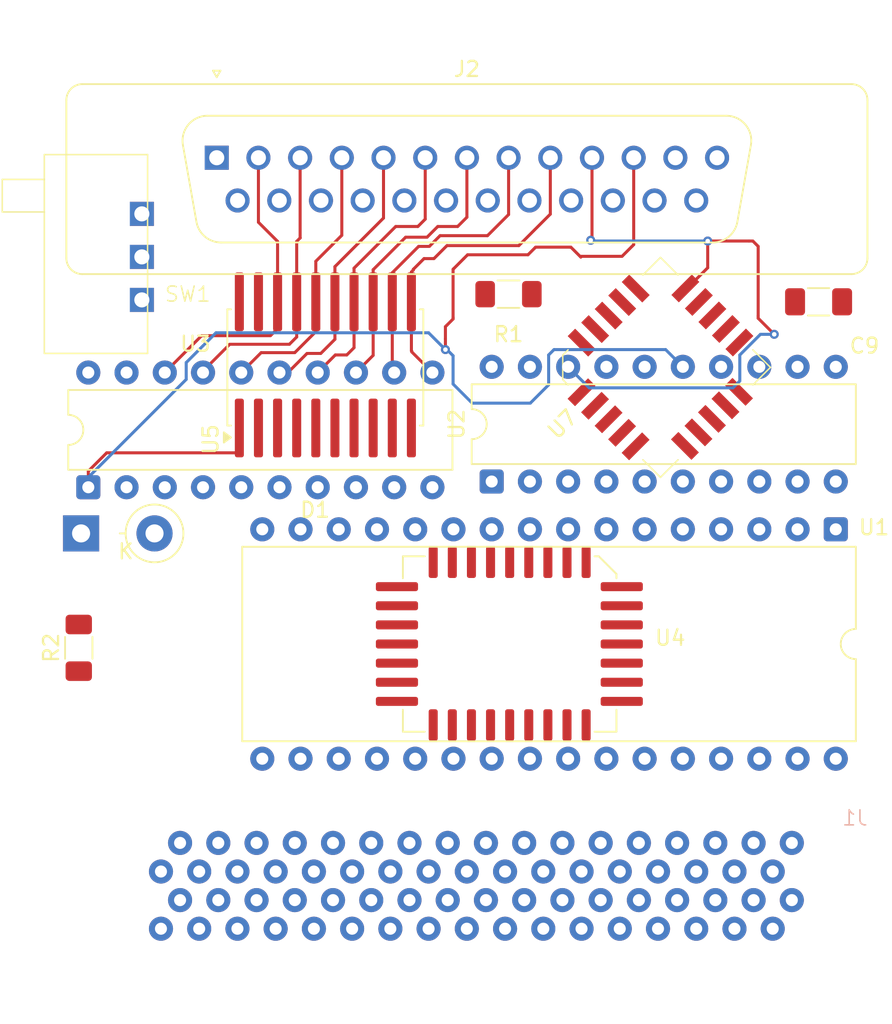
<source format=kicad_pcb>
(kicad_pcb
	(version 20241229)
	(generator "pcbnew")
	(generator_version "9.0")
	(general
		(thickness 1.6)
		(legacy_teardrops no)
	)
	(paper "A4")
	(layers
		(0 "F.Cu" signal)
		(2 "B.Cu" signal)
		(9 "F.Adhes" user "F.Adhesive")
		(11 "B.Adhes" user "B.Adhesive")
		(13 "F.Paste" user)
		(15 "B.Paste" user)
		(5 "F.SilkS" user "F.Silkscreen")
		(7 "B.SilkS" user "B.Silkscreen")
		(1 "F.Mask" user)
		(3 "B.Mask" user)
		(17 "Dwgs.User" user "User.Drawings")
		(19 "Cmts.User" user "User.Comments")
		(21 "Eco1.User" user "User.Eco1")
		(23 "Eco2.User" user "User.Eco2")
		(25 "Edge.Cuts" user)
		(27 "Margin" user)
		(31 "F.CrtYd" user "F.Courtyard")
		(29 "B.CrtYd" user "B.Courtyard")
		(35 "F.Fab" user)
		(33 "B.Fab" user)
		(39 "User.1" user)
		(41 "User.2" user)
		(43 "User.3" user)
		(45 "User.4" user)
	)
	(setup
		(pad_to_mask_clearance 0)
		(allow_soldermask_bridges_in_footprints no)
		(tenting front back)
		(pcbplotparams
			(layerselection 0x00000000_00000000_55555555_5755f5ff)
			(plot_on_all_layers_selection 0x00000000_00000000_00000000_00000000)
			(disableapertmacros no)
			(usegerberextensions no)
			(usegerberattributes yes)
			(usegerberadvancedattributes yes)
			(creategerberjobfile yes)
			(dashed_line_dash_ratio 12.000000)
			(dashed_line_gap_ratio 3.000000)
			(svgprecision 4)
			(plotframeref no)
			(mode 1)
			(useauxorigin no)
			(hpglpennumber 1)
			(hpglpenspeed 20)
			(hpglpendiameter 15.000000)
			(pdf_front_fp_property_popups yes)
			(pdf_back_fp_property_popups yes)
			(pdf_metadata yes)
			(pdf_single_document no)
			(dxfpolygonmode yes)
			(dxfimperialunits yes)
			(dxfusepcbnewfont yes)
			(psnegative no)
			(psa4output no)
			(plot_black_and_white yes)
			(sketchpadsonfab no)
			(plotpadnumbers no)
			(hidednponfab no)
			(sketchdnponfab yes)
			(crossoutdnponfab yes)
			(subtractmaskfromsilk no)
			(outputformat 1)
			(mirror no)
			(drillshape 1)
			(scaleselection 1)
			(outputdirectory "")
		)
	)
	(net 0 "")
	(net 1 "unconnected-(C9-Pad1)")
	(net 2 "unconnected-(C9-Pad2)")
	(net 3 "unconnected-(D1-K-Pad1)")
	(net 4 "unconnected-(D1-A-Pad2)")
	(net 5 "unconnected-(J1-+7.5V-Pad52)")
	(net 6 "unconnected-(J1-DREQ5-Pad3)")
	(net 7 "unconnected-(J1-A14-Pad25)")
	(net 8 "unconnected-(J1-D6-Pad9)")
	(net 9 "unconnected-(J1-D11-Pad45)")
	(net 10 "unconnected-(J1-A5-Pad54)")
	(net 11 "unconnected-(J1-D0-Pad6)")
	(net 12 "unconnected-(J1-A15-Pad59)")
	(net 13 "unconnected-(J1-A16-Pad26)")
	(net 14 "unconnected-(J1-D7-Pad43)")
	(net 15 "unconnected-(J1-BCLK-Pad33)")
	(net 16 "unconnected-(J1-LRCLK-Pad66)")
	(net 17 "unconnected-(J1-A2-Pad15)")
	(net 18 "unconnected-(J1-GND-Pad68)")
	(net 19 "unconnected-(J1-GND-Pad34)")
	(net 20 "unconnected-(J1-D15-Pad47)")
	(net 21 "unconnected-(J1-A9-Pad56)")
	(net 22 "unconnected-(J1-+7.5V-Pad18)")
	(net 23 "unconnected-(J1-GND-Pad1)")
	(net 24 "unconnected-(J1-D8-Pad10)")
	(net 25 "unconnected-(J1-NC-Pad31)")
	(net 26 "unconnected-(J1-NC-Pad65)")
	(net 27 "unconnected-(J1-A13-Pad58)")
	(net 28 "unconnected-(J1-A7-Pad60)")
	(net 29 "unconnected-(J1-A18-Pad27)")
	(net 30 "unconnected-(J1-~{DACK5}-Pad36)")
	(net 31 "unconnected-(J1-D4-Pad8)")
	(net 32 "unconnected-(J1-GND-Pad19)")
	(net 33 "unconnected-(J1-SYSCK-Pad32)")
	(net 34 "unconnected-(J1-A3-Pad49)")
	(net 35 "unconnected-(J1-GND-Pad50)")
	(net 36 "unconnected-(J1-A12-Pad24)")
	(net 37 "unconnected-(J1-D9-Pad44)")
	(net 38 "unconnected-(J1-D14-Pad13)")
	(net 39 "unconnected-(J1-~{IRQ10}-Pad37)")
	(net 40 "unconnected-(J1-~{CS0}-Pad4)")
	(net 41 "unconnected-(J1-+3.5V-Pad51)")
	(net 42 "unconnected-(J1-D12-Pad12)")
	(net 43 "unconnected-(J1-~{RESET}-Pad2)")
	(net 44 "unconnected-(J1-A20-Pad28)")
	(net 45 "unconnected-(J1-GND-Pad53)")
	(net 46 "unconnected-(J1-SDIN-Pad67)")
	(net 47 "unconnected-(J1-A21-Pad62)")
	(net 48 "unconnected-(J1-D2-Pad7)")
	(net 49 "unconnected-(J1-GND-Pad5)")
	(net 50 "unconnected-(J1-GND-Pad35)")
	(net 51 "unconnected-(J1-D5-Pad42)")
	(net 52 "unconnected-(J1-A19-Pad61)")
	(net 53 "unconnected-(J1-A22-Pad29)")
	(net 54 "unconnected-(J1-A1-Pad48)")
	(net 55 "unconnected-(J1-GND-Pad16)")
	(net 56 "unconnected-(J1-A8-Pad22)")
	(net 57 "unconnected-(J1-D3-Pad41)")
	(net 58 "unconnected-(J1-~{SWR0}-Pad64)")
	(net 59 "unconnected-(J1-D13-Pad46)")
	(net 60 "unconnected-(J1-+3.5V-Pad17)")
	(net 61 "unconnected-(J1-A10-Pad23)")
	(net 62 "unconnected-(J1-A0-Pad14)")
	(net 63 "unconnected-(J1-D1-Pad40)")
	(net 64 "unconnected-(J1-~{SWR1}-Pad38)")
	(net 65 "unconnected-(J1-A11-Pad57)")
	(net 66 "unconnected-(J1-GND-Pad39)")
	(net 67 "unconnected-(J1-A23-Pad63)")
	(net 68 "unconnected-(J1-D10-Pad11)")
	(net 69 "unconnected-(J1-~{SRD}-Pad30)")
	(net 70 "unconnected-(J1-A6-Pad21)")
	(net 71 "unconnected-(J1-A4-Pad20)")
	(net 72 "unconnected-(J1-A7-Pad55)")
	(net 73 "unconnected-(R1-Pad2)")
	(net 74 "unconnected-(R1-Pad1)")
	(net 75 "unconnected-(R2-Pad1)")
	(net 76 "unconnected-(R2-Pad2)")
	(net 77 "unconnected-(U3-A6-Pad8)")
	(net 78 "unconnected-(U3-A4-Pad6)")
	(net 79 "/XCVR_B0")
	(net 80 "unconnected-(U3-A3-Pad5)")
	(net 81 "unconnected-(U3-GND-Pad10)")
	(net 82 "/XCVR_B1")
	(net 83 "unconnected-(U3-A0-Pad2)")
	(net 84 "unconnected-(U3-A2-Pad4)")
	(net 85 "unconnected-(U3-A5-Pad7)")
	(net 86 "/XCVR_B2")
	(net 87 "/XCVR_B3")
	(net 88 "/XCVR_B4")
	(net 89 "unconnected-(U3-CE-Pad19)")
	(net 90 "unconnected-(U3-A1-Pad3)")
	(net 91 "unconnected-(U3-VCC-Pad20)")
	(net 92 "/XCVR_B6")
	(net 93 "unconnected-(U3-A7-Pad9)")
	(net 94 "unconnected-(U5-A1-Pad3)")
	(net 95 "/XCVR_B5")
	(net 96 "unconnected-(U5-A6-Pad8)")
	(net 97 "unconnected-(U5-A3-Pad5)")
	(net 98 "/XCVR_B7")
	(net 99 "/EXT_P10")
	(net 100 "/XCVR_DIR")
	(net 101 "unconnected-(U5-A5-Pad7)")
	(net 102 "unconnected-(U5-VCC-Pad20)")
	(net 103 "unconnected-(U5-A0-Pad2)")
	(net 104 "unconnected-(U5-CE-Pad19)")
	(net 105 "unconnected-(U5-A4-Pad6)")
	(net 106 "unconnected-(U5-A2-Pad4)")
	(net 107 "unconnected-(U5-A7-Pad9)")
	(net 108 "unconnected-(U5-GND-Pad10)")
	(net 109 "unconnected-(J2-P23-Pad23)")
	(net 110 "unconnected-(J2-P18-Pad18)")
	(net 111 "unconnected-(J2-Pad13)")
	(net 112 "unconnected-(J2-P16-Pad16)")
	(net 113 "unconnected-(J2-P17-Pad17)")
	(net 114 "unconnected-(J2-P25-Pad25)")
	(net 115 "unconnected-(J2-P22-Pad22)")
	(net 116 "unconnected-(J2-P24-Pad24)")
	(net 117 "unconnected-(J2-P15-Pad15)")
	(net 118 "unconnected-(J2-P20-Pad20)")
	(net 119 "unconnected-(J2-Pad12)")
	(net 120 "unconnected-(J2-P21-Pad21)")
	(net 121 "unconnected-(J2-Pad1)")
	(net 122 "unconnected-(J2-P19-Pad19)")
	(net 123 "unconnected-(J2-P14-Pad14)")
	(net 124 "unconnected-(U2-I6-Pad6)")
	(net 125 "unconnected-(U2-GND-Pad10)")
	(net 126 "unconnected-(U2-I1{slash}CLK-Pad1)")
	(net 127 "unconnected-(U2-I4-Pad4)")
	(net 128 "unconnected-(U2-IO1-Pad19)")
	(net 129 "unconnected-(U2-I03-Pad17)")
	(net 130 "unconnected-(U2-IO6-Pad14)")
	(net 131 "unconnected-(U2-I3-Pad3)")
	(net 132 "unconnected-(U2-I5-Pad5)")
	(net 133 "unconnected-(U2-I9-Pad9)")
	(net 134 "unconnected-(U2-I8-Pad8)")
	(net 135 "unconnected-(U2-IO7-Pad13)")
	(net 136 "unconnected-(U2-VCC-Pad20)")
	(net 137 "unconnected-(U2-IO4-Pad16)")
	(net 138 "unconnected-(U2-I10{slash}~{OE}-Pad11)")
	(net 139 "unconnected-(U2-I2-Pad2)")
	(net 140 "unconnected-(U2-IO8-Pad12)")
	(net 141 "unconnected-(U2-I7-Pad7)")
	(net 142 "unconnected-(U7-I5-Pad5)")
	(net 143 "unconnected-(U7-I2-Pad2)")
	(net 144 "unconnected-(U7-IO4-Pad16)")
	(net 145 "unconnected-(U7-I9-Pad9)")
	(net 146 "unconnected-(U7-I4-Pad4)")
	(net 147 "unconnected-(U7-VCC-Pad20)")
	(net 148 "unconnected-(U7-IO1-Pad19)")
	(net 149 "unconnected-(U7-I6-Pad6)")
	(net 150 "unconnected-(U7-I3-Pad3)")
	(net 151 "unconnected-(U7-I10{slash}~{OE}-Pad11)")
	(net 152 "unconnected-(U7-I1{slash}CLK-Pad1)")
	(net 153 "unconnected-(U7-IO8-Pad12)")
	(net 154 "unconnected-(U7-IO7-Pad13)")
	(net 155 "unconnected-(U7-I8-Pad8)")
	(net 156 "unconnected-(U7-IO6-Pad14)")
	(net 157 "unconnected-(U7-GND-Pad10)")
	(net 158 "unconnected-(U7-I7-Pad7)")
	(net 159 "unconnected-(U7-I03-Pad17)")
	(net 160 "unconnected-(SW1-B-Pad2)")
	(net 161 "unconnected-(SW1-C-Pad3)")
	(net 162 "unconnected-(SW1-A-Pad1)")
	(net 163 "unconnected-(U1-VCC-Pad32)")
	(net 164 "unconnected-(U1-A1-Pad11)")
	(net 165 "unconnected-(U1-~{CE}-Pad22)")
	(net 166 "unconnected-(U1-NC-Pad1)")
	(net 167 "unconnected-(U1-D1-Pad14)")
	(net 168 "unconnected-(U1-A2-Pad10)")
	(net 169 "unconnected-(U1-D0-Pad13)")
	(net 170 "unconnected-(U1-D6-Pad20)")
	(net 171 "unconnected-(U1-A12-Pad4)")
	(net 172 "unconnected-(U1-A4-Pad8)")
	(net 173 "unconnected-(U1-~{W}-Pad31)")
	(net 174 "unconnected-(U1-A5-Pad7)")
	(net 175 "unconnected-(U1-A15-Pad3)")
	(net 176 "unconnected-(U1-D7-Pad21)")
	(net 177 "unconnected-(U1-A14-Pad29)")
	(net 178 "unconnected-(U1-A9-Pad26)")
	(net 179 "unconnected-(U1-A3-Pad9)")
	(net 180 "unconnected-(U1-D4-Pad18)")
	(net 181 "unconnected-(U1-D2-Pad15)")
	(net 182 "unconnected-(U1-A16-Pad2)")
	(net 183 "unconnected-(U1-A6-Pad6)")
	(net 184 "unconnected-(U1-A13-Pad28)")
	(net 185 "unconnected-(U1-GND-Pad16)")
	(net 186 "unconnected-(U1-A10-Pad23)")
	(net 187 "unconnected-(U1-A8-Pad27)")
	(net 188 "unconnected-(U1-A11-Pad25)")
	(net 189 "unconnected-(U1-A0-Pad12)")
	(net 190 "unconnected-(U1-~{OE}-Pad24)")
	(net 191 "unconnected-(U1-D3-Pad17)")
	(net 192 "unconnected-(U1-D5-Pad19)")
	(net 193 "unconnected-(U1-A7-Pad5)")
	(net 194 "unconnected-(U1-NC-Pad30)")
	(net 195 "unconnected-(U4-A0-Pad12)")
	(net 196 "unconnected-(U4-A4-Pad8)")
	(net 197 "unconnected-(U4-A9-Pad26)")
	(net 198 "unconnected-(U4-NC-Pad1)")
	(net 199 "unconnected-(U4-A14-Pad29)")
	(net 200 "unconnected-(U4-A8-Pad27)")
	(net 201 "unconnected-(U4-A5-Pad7)")
	(net 202 "unconnected-(U4-GND-Pad16)")
	(net 203 "unconnected-(U4-A7-Pad5)")
	(net 204 "unconnected-(U4-VCC-Pad32)")
	(net 205 "unconnected-(U4-A16-Pad2)")
	(net 206 "unconnected-(U4-A12-Pad4)")
	(net 207 "unconnected-(U4-A1-Pad11)")
	(net 208 "unconnected-(U4-A15-Pad3)")
	(net 209 "unconnected-(U4-D3-Pad17)")
	(net 210 "unconnected-(U4-D7-Pad21)")
	(net 211 "unconnected-(U4-~{CE}-Pad22)")
	(net 212 "unconnected-(U4-D0-Pad13)")
	(net 213 "unconnected-(U4-D1-Pad14)")
	(net 214 "unconnected-(U4-A13-Pad28)")
	(net 215 "unconnected-(U4-~{OE}-Pad24)")
	(net 216 "unconnected-(U4-D6-Pad20)")
	(net 217 "unconnected-(U4-A11-Pad25)")
	(net 218 "unconnected-(U4-D4-Pad18)")
	(net 219 "unconnected-(U4-D2-Pad15)")
	(net 220 "unconnected-(U4-NC-Pad30)")
	(net 221 "unconnected-(U4-~{W}-Pad31)")
	(net 222 "unconnected-(U4-A3-Pad9)")
	(net 223 "unconnected-(U4-A2-Pad10)")
	(net 224 "unconnected-(U4-A10-Pad23)")
	(net 225 "unconnected-(U4-A6-Pad6)")
	(net 226 "unconnected-(U4-D5-Pad19)")
	(footprint "PR_Footprints:PLCC-32" (layer "F.Cu") (at 121.035093 99.1616 -90))
	(footprint "PR_Footprints:PLCC-20" (layer "F.Cu") (at 130.556 81.026 45))
	(footprint "Connector_Dsub:DSUB-25_Pins_Vertical_P2.77x2.84mm" (layer "F.Cu") (at 100.987 67.01))
	(footprint "Package_DIP:DIP-20_W7.62mm" (layer "F.Cu") (at 92.456 88.9 90))
	(footprint "PR_Footprints:SOP-20" (layer "F.Cu") (at 108.204 80.941 90))
	(footprint "Resistor_SMD:R_1206_3216Metric_Pad1.30x1.75mm_HandSolder" (layer "F.Cu") (at 91.821 99.568 90))
	(footprint "Capacitor_SMD:C_1206_3216Metric_Pad1.33x1.80mm_HandSolder" (layer "F.Cu") (at 140.97 76.581))
	(footprint "Resistor_SMD:R_1206_3216Metric_Pad1.30x1.75mm_HandSolder" (layer "F.Cu") (at 120.37 76.073))
	(footprint "Package_DIP:DIP-20_W7.62mm" (layer "F.Cu") (at 119.253 88.519 90))
	(footprint "PR_Footprints:SPDT_Switch" (layer "F.Cu") (at 93.1418 73.9648))
	(footprint "PR_Footprints:D_Vertical_KathodeUp" (layer "F.Cu") (at 94.488 91.948))
	(footprint "Package_DIP:DIP-32_W15.24mm" (layer "F.Cu") (at 142.113 91.694 -90))
	(footprint "PR_Footprints:PIO_Connector" (layer "B.Cu") (at 118.872 114.803 180))
	(image
		(at 117.729 90.551)
		(layer "F.Cu")
		(data "iVBORw0KGgoAAAANSUhEUgAABjkAAAeGCAYAAABKltboAAAAAXNSR0IB2cksfwAAAARnQU1BAACx"
			"jwv8YQUAAAAgY0hSTQAAeiYAAICEAAD6AAAAgOgAAHUwAADqYAAAOpgAABdwnLpRPAAAAAlwSFlz"
			"AABuugAAbroB1t6xFwAAAAd0SU1FB+kGAg0kDsZegjMAACAASURBVHjaZL3bjixJjiQoJFXNPeJk"
			"ZqF6//939mWA+YXFYoDFvmxXVV5OuJsqyX0gqaqRU43TeYvwi5kaLyJCIf2P//l/+tCJ/+9f/8L/"
			"9b/+F/7v//f/we+vF9AbTBi3G95mGO5Qd0x3qAOG+DMIeJPjJmDAMQAYHAbAAbjHX7/9gwHsACP+"
			"CjOoGswMbvGbAkAcEHOQGlgVMAPUwGYQAEwEmMPdYO4AAU6AEaCmIBiE4ucIgLtDzYD83S4NvTcw"
			"M9QMY0zMOTA9PouZAU5gIjAxmBoIDHICDCCP12EmgAHP/zMY1AzTFLcrJhxgAgtBmOOzw8HugDnM"
			"DOQAEYGI4jXM4e4gIjAzmOMz5NUEIa4fGUDm+bvxGdQcSgCYoAQMVUw3OIBGhM6MBoaA8h4QGAx3"
			"wnBgqEOd1udhIpDH6xMBBIKbw9xgbnEQCAAAd4v7QR43kB0EB6GuI8Dm8X0BgAjujmlxzYwcSo7h"
			"jtsNwwxkQDdGJ4YQIy6bw4lATDACpiumxQdpzOjMYGfADa4KN8ejNfx4fuLz8UTjBjXF+77xNQZe"
			"c+ClE8MNCoeB4ET59573Oq+5x1ka7pgGkAs6M4QZ9T/O6waPC8OMuPcU/6zumDM+syHuDQNoefYp"
			"/xiAMSd+zomXTgiAH9Lw2S9cTQAAUxWqBnYHE8Ed0Olwjc8tILAISBgsAmYGOJ7TaY6hFueDaJ0j"
			"c8cNh8LBcHQATJ6fkdCJ8/kz+DTAHQ5ACZjwOPNCYGGAGRMRNwSEiwjNKY9MnHN1wzDHMMtzBSji"
			"8jEzhAkOYJphmALuuMB4Uj1Pcd6NCTccbzfM/H2KYwZhwYcInhRnKf5QninHMMedzwrcIcRoRBCP"
			"M+pm8LzORASnDGt5zw3ABHCr4VaHOYFJwMQgZogwmjBIGAbgtohb7IRGAOV71AvG53Y4GYiPWLae"
			"9bhP0xRqcf2d4mxa/iEAjTn+EIOIYM5wEEAMNceXGV424UzoIugc55kR8do9PhvM4jocX5rybMMd"
			"pnHvxB2dCBdHvKv45UTxuRAPv8ExEfnlZYa3G9TjzF7E+CBGB8U9yvjt7nmtIz7c7jAigAkDwNC4"
			"pgLgCcaTJc4pjvhKwDTPeOFgZpDI9xjq8Vf2iLFTHWZxLeP14vxyxmt1h5uv+2Nu+JpxlurnJP/b"
			"sPgOwowmAuI8R0RQALcqbE4IES5miCNe2zzOY551agzqAmVguOF2jc8BgOC4iHE1QWMC3DFM8aWK"
			"aRMAIg8IQ4wABXw4mgsaS8RXR8QrIphZ5JE8640ID4l4DCJonrehirfF9xZiPJrgYsnXiOukiBws"
			"GUPqurjH8/fWGXGRAAhDWrxXkzhHgsiJAoK6Ymb8mpUXMt8IZ6w1g6oCDjyZcTGDLM42MyAk6NIg"
			"zHEfzEAkuFqDkOz8pAbPPOyo+xx5cKpGzUEO4chz4Lgm9aREDmSQM8wAyzxiUKgbFJq1Q/zOswk+"
			"e0djWaWTMKP3uEeesf+eE+85cc+JqQomoFE8811kfS8zg1Nc97o25oC5RT63yLe3WcRLIjTieO7N"
			"IeaQjP2NGMICZ8Zk4IbjzvhvoKjvrHJ91idCcCZMMrxNMUwj7+UZqNy4rmnWm40YT2mRAzIGxOV1"
			"0KrP4tlFnkMHZeqNAFb1BxFnXCU0EUjGRDeDV23FkUOnGd46IyfAAaK8txG/R541kczrDrAZOhwd"
			"cVYpc4fqhOZ1ZGJcEs9FYwZlbaxqUNOoPT1quKhno8bxqm2aRG3gjsaMH48nntcFAFHPvN+Yc+ZX"
			"z7odDhMChGGZ3xkUsQERX9wM7HE+ql6mdXLjTFd9OjN2Vyxn5qi/HXj0C//85Vf89vkLCIQ/f/7E"
			"v//4A1/3DfWofdQiXgKZ+z2u/8Wc592hpnHNsuZiB7oIHtLQmHdO9mgmlAhvcvwFx7sKMVNADQ8H"
			"fpDgonr28wzlh7a8TtW3GAPOADHwuDp++3jix+cP9N4xxsQfP7/w8/2OGMkCImBqxMh45imfLYep"
			"goDoafI9nfb9BREMwNsUbzMwCM+sYYUIDYBksWGI+ngyYRAwQSveI3OQu+czSvFeHr1Gw461cETM"
			"8eg9JPsYqs9c18Kr3+C8/75qdvO8jhz1DYhgxLDMCZ73rGUcgBlMo7ZiRG1AHOdLRMDCUFO85sCX"
			"zqj/OHsEirqhsaAJR+2QMWLl13xNEEEtagPA8QChgUCWNQSyjlkVTD7rc2ZNEHn+YsEllHkq6nth"
			"jjOT8XRmnzfdMM1BTHHdhUGU+SQz0nTH8MhVyPzkiNytFrXGxYQnMR7Ecb+yzkDeD0XGZxH03iDC"
			"0HwmAYZa1EDkwCWR1yify1snXlPj2ppFDGSOfi57MaY4o5Q571bN+CtoQjA4GAZhQSNa/Z16nX3N"
			"HjHPDhEYAjOKZ14VAqBR1ZiAmWPOGXmPgCYCEPI6AdwaukSfbnUaKeo6c4/c6xY9c3Ruca6ytgeA"
			"YROj3rvFe8cFJbDHg1j3SRrDmaEwaPU0FPF+UvTUIoyHCEQ46skZr6+u0b9oJfj8a15reNYX7niy"
			"4Jn1ZNXVljX8zPsMZvzSGz57BxFjaOSkoQogzmWd1WfvuOQCMWHMiTEVNBWiDtHATrzyGxGUKa4b"
			"HJr3wd0hlDke0a+1zJ2w6usJ1KIGc9CKcVo9fHQX8IwzkZfr2cuTmr18YBoE1Thr6kDLvgEAxlS8"
			"VQEgaslWdcBqtRfqEr2kLSwh7n/2SPXdMy45fPXY9U9E8ey2rJmqZ3Hf/YDCd59ctYXn7xFFbslc"
			"6nnfSSI+en4Ws7Mu3L0aI/Lo7vEyPsyIibcZLmE8H1c8I/lZqq7B0U9XfPasLVYUzxxu2cs+ueHX"
			"5weuq2PMiT9+/sQfP79wu8Z3R+WJ6JN69ZIi6CKr/xHK3jGbGcv8PaZizAl3W9+N8/4KS2JGvmue"
			"vJPRL0fvjKwLGYXl0c51wDc8rGL06kXmwPT9c8j3X5hgnYOjB1ELnLD654WBZT6NK08r/1WPW6+B"
			"6pvz9evsW35P9cQH87q6A00Yj97QpO3PlfGL8rPScS4qh8dh1gVEUL7PrPxduTixnoVNZc0HAy5u"
			"uFpDbxHPiAPDDCQsz2viMoVHStZoUwfGmNC8FnycWwOy3ouaD3lPWxdIa+DWVm95j4GvEa91Afhg"
			"waM1dIo8Q6BoxNng5AB51PIHVmt57tn3M1F9wa5jEL9HUdxRxh8zWr9PGZ+YAytzj884Z+REs3gW"
			"OJ9rE4eKYVbs98As+axLiECJP7/GxDQFZYwxD7xaAPxoD/zj+YHP6wHyXc8P01WbggP3JGYo7Xqa"
			"AEhr8dyAAFWYKlw1cIzshQFDa4KPjw88HheYGWMO/Hy9cM+Z2HnGIhGwCMAMS5xEQJHfpgKa97zi"
			"pTA0Lilaa+i9o0mDOABVuJ5YYTwLXrGldzweF67rQpMWz+KcEc/UgNWfEBrH5xCPeuXBjEfruFrg"
			"VmTBFzAcjehs1o8mbz1DvoC8dUyqeVz/SAtI5CPoIJN2AYAZ0c7sBBTA7xs83u8U70ULEc94V0Be"
			"ERxWJEcg0WoOc0XWxyuoaxEXIPTWQBINB2XhoZmod/NDKwg5OYw0Ciin7yA9sgHJz6KuUfjCYZTg"
			"8beUSvuaZnAoEIPO65fB3d3gxgF20v73WOEQ6zUCPMQRUAPcGmYB0lOLa8W+gDVPYG9fes/GL4B9"
			"T5CEnBZRVUHDEQ0mLQ7LVtHh1UwyVuFrCS7V9aMCLhNwXNnIHWSOngWWMEOc8uf3z5hFYtQkuvKT"
			"wjIkrNfPhth0wqbCexRYj+uKB3kQxkvx8z1xu8VDK7wSHNZntVWkmEUiYTjcJZJsJiUQYKaw+p7g"
			"BTZTglNGDvMIePngrQJKMpkE2EGb4OMA5h8ieLQOEDBAuG1E4bIeMU/CCRnMoxBh2ok3gMZoJM0Q"
			"oBMVcPu9fNRCuxHkA5FvAKyaxji0q5G2BcTbcawsGvM8A1Xk6Yo/vgABSjDb3aBGGcyT7Mw4xeTr"
			"mVnxxbFep54joizQ8n56FhoAQfMn9SiZPMmDeLQ3EFXtpPkmIoMvoEjiABoBSv491i3wPJv9fI2K"
			"r5b/zyzu2SIxySP+wWGMTX/lmZ4FBjn+FqexriMfZxdZGIAS/M3ngmFRFCBIFstER0Vw+I4pfjQM"
			"vBB6JOS1T47WFyPfBRnhG7ll6ztHc1qFQfvbz+kq1n2RnPG9HSQMqeKQCVOj0BHez9GOcZ6A7nne"
			"PIqlvwM82eSxV59KcT8y7hZZWYGT8tkRBtwJaIzhAW7QuqeOxlH4uVsQfx4EGIMCLEEQN+aOW2ck"
			"cq+chGxsAthy03XFxf0bCBwf3HZTZ4buFs9nntNA2+Mv7vFcwJLI9iC7dyTA+q44ABxKkM2L9HYL"
			"MJzjPnKR48E5wzXPPOlKDAt8hkdMOsqMlmAZmy9xg1hcb/EoEiUL6QIw48xlHDMPMUDmgyAp68eO"
			"a1nPqwPC+T7C2aAkoBsvGMWxB4hB5hDs53SBAYbv/8tG1AtUrpxPQMtnrb4LE+HyEDCsXJqxi+2I"
			"b2rf/ggK+M9c6BbXPKsw8oiqZBwxi7DAU+RzIHHIFvFKB3EvFQ8qvrnl/fR1L3dM+J7PYVUzGsji"
			"uq3vwZU3CZIgKOXvOIJcY5c8u5kPHTtmZI4lEIR8EUgnwZRJOWN2nl/2BfIvIrSaUp1wVZB7PCuI"
			"c+SUQM5xbXYNVmcbIOcVv6oBjc9kcCM4cQpcKg7qati8alAKoFuLUAHWdUP+7OQBLXAkwZIFtOQz"
			"GucXILQQ5eTrmeX59/19vOoRfK/tK38j8xKfYHHWnm6OYQPv9saLG5gY9/sOEDMJgBWD8++r2a/6"
			"hDMnzSIi89mQFFhIElx21nYa8Y4J6KsGtvz9IAqQ+SsPR5DFGedO5n4d3dJk6YzPPwcaM4SCgGTv"
			"WYoQpmkKFg6BEiIekddZXxqvIFAO0p3gEAN6XUwrsp5W07PqohTPVG1kR56uHk7c0FiyNvV1Lk6R"
			"DnuJyjKXZ/fGdRYyDwbAZOdTtF7TMuZyAsucHYDlReSVu3bnYxU33OBKAEUeY4161y0ac0uRQeVv"
			"qjzqmSMKzKvDF2qLuFwpmHMPADeIu4xf2X/pEmptIY8kIMTuEDcg+y6n7F1IVz9X14DMv+VnQgjz"
			"gvDmBRSyO7ob+uq5N4DoeR67R/wjsk3gHoS6O+K/W4j9iON5qHhH7uhJ6pIZzMfOP2ZgUzTbdUKR"
			"iKjnr0QhHuf2AtABNHeQ5lkmgBG5m/O8MQwtewU5yj3N2s6d0Ty+S5xBg82dIGWliSBCkD+HyvXI"
			"uj9BqQIDCADrzl0lwoOFKAsU4BCpoVkIELp5XkOsHmARV9ixsAj3algJFaMyv5JnRRcADpmGIDNF"
			"UgvodkdjQrfdswKIz4OIWcjziDzPTI6GfI2psCQCxYFuUd8S7fpe3LNOjNhK5pCMdWT+jdh1Q+AS"
			"joXzJHaWcWALrsyDPEbWO0a+s4Lk7x81fOE3RUwTRY21ascEQjm/o5ttUFkT3zDegDRFnbqIFDic"
			"o3cnqvht30iOqGlt1RMV98xsnRlaYC8lhrOFhb4A003cL3D5yPW0wFckaGwpFvAqqIG8TzjwHqte"
			"7OhZaeXPjOfZs3qKDJ8cBL1ICFT5gGoYG7B393Uf6i3oBNwqh2fcchimTtBACIEszqr7gTGx7H6I"
			"g5yqHqLOFLKuMdr4kJsCptFvHs+Uq2dswAKg/ai/qfA0cxDbJgmC1ts14ErSB5ZV+bUwJds9Up0H"
			"eJBX1ddYvmcB4rwwpiRXDqxqXZISVh7ngizIAT/7/rP8zz7GV+wKItEpBJVcQHDllqWqpSUa2Kzh"
			"jperhq7rnsSqV52R+Y4PTABHa16EUQjBDCRV49pRF1WMxXG/87oxgyqPHGeCEYytH30p3KAz+g3J"
			"WGCJLbXEdJojxESrr6zawfaHTvHnvuE4MFnf2Kjj2/uXkLF6NUqyxE9sM9CWhCSjw412I2I1Jd4Z"
			"vUCRbbZ6onVN88ySb7G4m6dwMJ5aBsMoSZOsHeaceOd3GXNiWtTOXiKt/M6GqEvq2WLiBfpXr0FH"
			"IRt525c4aI47fo8Z6priE9+4dNZrvOK5gSzuLGeNsVJx5gp3gwmBm6x6cT8rHPct66G6Z6uvPQm8"
			"RUhFT2P0HeMrHL+w+iLvWULUySZA1lyNmDFvwz0HxhwBcooky5/MVRXn38DP/ff1RdkpmuyjmOd8"
			"mNgLOI+DyjnNUQeCsyglrwNTPXR+oQLB8iRvhUwom2z9e4e6QlUhZ3JJEsMdEGnJ+sZFMjXomBjj"
			"htlmnItMQSWOJD6oCjUmeKmiM8BNU0ydGKaYWRzXk+HOMI8yz1dhat87Kl+0xWocSxVh9F2NuEgR"
			"QzYNe9pmuoXiy0MdP91CedMARguQjVBSslRdUJUKoSk121Mce1QD3zVQGeqquEwQY92dlKc0Psgg"
			"281KKW2r2fAMeo5dlAkogZcNTmoB4wkozwRsmTglpJxFeDb8arjnBNRAGt/j6n0pqacJyBz3/cbX"
			"HEATtOtKVhQL0NSZ58j0IAUZJg1ELZuEAC9uVQy1LIz7AsjMgKkT7/uNn/MOYo1jwgYkySBHBRlF"
			"YJBmrhPqocBxUxD6IujGGHjPmQVZFLIxHRWN1gddCE6CsznOAMKBPKpOvOaIhjAV2gpPFUROZhyA"
			"3pVqXjrUg5QKNpGIAqqOMW1NhAQ2ZrtZLUXGAQ450TEVtOOLowBYXe81peHNjF73B9hnP1XLFCMc"
			"oNbyXAmULJQ9UxP8LCUqx2sg1GE1tdEQiuYiScijIRk5VeLYzH4AHqEKHBpNGYsE4HWAGnYUvWfh"
			"UJMcFfRbJVU76Yv6vqEu14pNWfhXQuWaBNKtyq2GOUidVBG6g4RA1GBgTHdANSaDCnM5FN9Y4CMd"
			"UxA5Gealzo2pvkYE0R1Pq6GI2BTK1beGgt3Wf2e8KcinZkjQ81ApAZimeM8ZqonWIHgAzHHmVQFi"
			"TAgGAMlC1opQs1C1qCcRapuF9VQ+JPK6EqlbEK2e6o6lVvI9SUg5JXcdCiddSpMEvYpUXmlTsgnI"
			"+5FkPJJMCmW3Q0GYzGgkEEJOXxBcsKb2ivAq5bAJAxwKzCjqYlJsxW21dS3mNNgEpgtGKqwKrOOs"
			"6kaCQgBC1eEtG86YjHlrTBNEARJTJj3gxYjrNS2gc00rxJRbKuTz2ZlJXgXgHSWSm8FSwcLEcD7U"
			"TKownVCN361Zlkl54rNXEBSxZCtXRYzhb00rVQOSamjLKVVzg6ofSirfkyOU58xiUmadrVWwEYQF"
			"wgImyTxoR8/iaPV8YRek5jNVY1nUiYDVQniQKtY5J2zOrJEOEPQgVP1QghkRlCwmHY/aaOYEjaZa"
			"xm0DAAWWmEejCYsGylMBO90wcuoAHHk38AZfqiZKdbzRntqNWoPWFFOBD1XcUk6XGM2lUopJ0npO"
			"AvCk1nC1yOd1XW4NZRWnOjNINl9qJhhHTZtFc5bvIZTxaP6nanwuLuV1kOHznBZSS5LesO52ndFF"
			"flTsrNo41XaUv7/IjaMhEUnSKs9uNhOrPU/SYJiD1dZ3Z1VAFUNngrxxf4wIIgaWFE+YrekQOaad"
			"ixygpeGnbMppIUG7YbIlmonBCYX6wF/uoKlgIny9b7xeL4wE1Et5VnXeSKALNamTk9Wa6m5O8BnM"
			"S2Dkh5L+BARKSV9K8FJUu5UgAHCNOqYzw7OW1kNlXBPhzjnF54qbAJVQH/bW8Xh+YLaOMRX3mPjK"
			"SSodIz/TVp3SElD5JikIMVnLDOYUPGj2OSmcilMazysVhccEbozOlATKJnuWYACOzpJTarTq6AUy"
			"HWDICdw4b9KnaroTyKgpCRyNMllOa3NMdCCJjjqjMb3Ca2odKVKhxcHXdN9+Lm4zDNcAfyRVoytX"
			"KDgnZ0r9vkhYtlAdFnmvcwsWOIIPJeFRjfnQbO4J6IcCFwgSCPmMaE4WL8Vwvoadz+sRu2qKjHgx"
			"ZYv4kiR0i9yL6+Gp+KxJkRLC0VKeRn6JXmmRs5oETPZxUhB0Tf2siV5awJ/Ua3iJiCrPEyAtSZwA"
			"oUL9basuL1GRazwjSn7QvEl2Va9Wcc2Bhsh7beXdkPh69o68meLM3jHl40TAcDgF+BdEFsFWINri"
			"I16q7C2QKaGbJBHHBjDZUvRv8nH3sJ4gaNTnuvrMmHzJmtcJZEVgHUSipjI166eKXw83XBTndWhN"
			"98aY8KoRzA7Vva/eZ7JiTgX3HrlMbTthcBIZBfi1AO1ENciROWHDtqgwOtBQzNMGUGlBpSk8s4jl"
			"ZA6jEERE7RAEPYxAWuBr5r+/KetP9TxSqLdlnpz1bSjua9KC8z3gSWJYqHLdLFxClDK2Rew83SPy"
			"ky+ywQigJO04a/BvPVSJaw7AG0v4SUtMhxRKUU4rmhWxWreIvgkp/SCVosyOc7vEp8c1og36rOfx"
			"nDov5KWlCp6EF6Be4lsmBeVkgR6q9l1rfL8n9Vk5sZe3GyZLnFed8bwccZBSuOgU/aNkD0yZa2i1"
			"E7owngW2uy2SA+qrnpyq67qvaY56tawhwVGf0SFYYUQ/L6eQ5hRSqy6cUi1cPEpA6ys27ynmmuyj"
			"KLh2vvRNBpz3g5e4mzbZkGzNKSz+/mOZ7/3MiRlj+HiPPJ+LvCcGsWXvfOSVYxqppiJxiFCKnMzi"
			"ftduvoke9xJgEMgI7gNm+XlSNVEn1cn3RApRiKbWvwu1fOQgLGHtFmxTTHOXuDZFsTZTIFvfzQzN"
			"w6FH0q2A1tTlikoHwbHz/hLGfyOXLKl3+yaoiftoiaFGlVV4yO4HCUoUUmnKfLD5NBSD63CY0urx"
			"65pQfc+c6rLjunNN5h7vuXGZqBPGeMPHyMmL6OdLwe5s6zfMkLhakGQiHFhJuYGYgRLPWBNJFSvN"
			"MO/oIXY/m+RwCc716NET51y1m50Eii+i0jhFwSlAblTiQnwTDlCJQQqvYt4Y8ood3wciaiotPpau"
			"yEOIOFHiARFBv65wPnFHm6r4+fWFP/78C1/3Ow5Pj6KyCvaJYPN9AXS0WCoH/sZc+qHIP+XF+8In"
			"YrZ/NJlvsjx02Oq2ONdZoHAWzLIvHBAM4BbqJYiiccNbBiFzR2sNrTVcvePqfSXJYXMVJpxjeKHA"
			"CQuBKvitRmtoj3dzFrOmCneDSFhWkAfAlx4zob7Nnw8BJQOp5vN1Pb5PCmyig75NeTBtC4EQrKYK"
			"eTWQBkU1sDFudKVS52oNl7RQiJWUo8Y4U9lPCHWxYzPmBt8A5xH0T7Jjj/W1ZUdj538rUkdtnQMz"
			"SwCTvim2YLoAxpYjX1QTxqVEIt9qFgKmR/nbiMMqp9hxytH2MXG/FRcRHk2ALmk9EuepMfCQJGK4"
			"1EnR3NUUyoCBXFPtmA8pqklxCAPCGSx8AK4QkqUAQqqHxrwx9A22uaw/lp0BcdbylgnY8WyMi1qe"
			"E4XagGmOc7rCTKE6l9qCCriwGh3OSQuyRQgViMdEuDjHst1CLcnxnOthW+Cp1oE7lBLAx2FjRsnA"
			"L4WwYVoARcvaIJ9JOUbJS1FmqRAn3sCTw3MULoKgM+1/77otYFLVTqpg0wzUASQINbBz2ogEaG4n"
			"GYLyteIk2aK5cQ8SAalwIxB6EzQKOx8eAzonvnIsUJxXDDIdILUs1iSUu8VHrrGmRAKB9fpV5pJT"
			"nJssrMMOQdNK51DuaCnMYsyUqcCNfKYtJlIs7XSQhI5IEA8dhpZWXq0JHDFePPUOG0Hf934BwV4A"
			"OMFY0PzCI+3ThBiegOmtipGWKlJNUtqczIynNd6Pav5ZApC3APyHFhG1x4zhoXDQ8c44ccEaA9QA"
			"D0UdnHCzQcVDfUBYSsiK47t6sp275kzFIAEix5g9wV1gsFRoH9fFdkFoLJge900TbF2WKu6roIqX"
			"b+gU5/xrDGCGkttzgqzioM8gOpwYJgljVJFJCGKxtVC3qgJJ/igDrwVOxGRFZwnbIIpzMaZi9QEK"
			"3EYYNfqeogBqMa7qS8lNYVNkM5VdEXunKXyG+h0ODGPAL7gHDVmkr1nGTwuvMxLGCBkbfEz4HAFK"
			"SQOawCUAcE6QQSksbTjjxEhboZHv7QmYRtwIG5SaDFJ1jKWepGVF2Igg1NAkxqSDRIjvX7H1fd9h"
			"n3gIJKoylkRp1BTDwvqwppNiYk7wbB29PUGSBXwC8aUq58PWsSKBHmPu7o7WBLN1XC3Io3tOvAtY"
			"zVhJy6qSvtVnYc9EiwDi/A7qjnuMIKkybnaWnF7AAkMpLasuMC7u6K2H/VEKS6JZDkCOS9gyQ7FL"
			"bsvW0yhATT0EE2Z7QjNstnLiMa3AAIClARIWTzHiPjFn2Kn89vGBR7twscSE15yY7xfUHZc0UHcw"
			"b8sUPyZlg+DRZeFUsWJY2ChZnjtjgSHOj+Xn5Bzbf6ti2IzpOo7nlI9JXHyzVaBojtIm0VRTtUjL"
			"HoprokW2XUGU02kfhz15PPHGzS80qfH6ACtC+JA1fE6nNmlhC5T2OgIKW5tV49hSX1MJlyhsz5Y9"
			"BVGKsnypXquRVw0bMh0D99cLBOA9R0wScxBIQxUv3TLTqUFGGBFYGpQ5rCbGSMI2Jqqe0sCtx7Np"
			"lnlKd5PUBN4YLhv8mlNDwKS2bFI9iY+r4mGS1WUhGGNc0dkZO+Zw0LzxJMYv14WrPyCXYBCBZlgt"
			"zNcX3q83fs7IewDhmbZaOhWv+w0dM4BsySaQGa1JXBNTvGdOL1BYEHEKEXrajHD+rvSewoKY2ODs"
			"ozQFVlMNd15Lz9poCRMO6w5axE6Ix6Q441JWh6QYjRguYU13TpLOrNsIBE8AzhOxXr1A1Xfq0BnP"
			"JVKpGVarIT4atuvSCU1CLvPOYYvDUWAvkmAuZSyA+oycUxpJco6sqS2FBFV71vSUuv1vqtsFDh7C"
			"KsvJlLa+G+33XiB4WLl4Cm6KBC8bQKGwXCMOMclb51LQjmDpYDm13pKciXuYcbasMRmY9yZdS+Xc"
			"WJadT9kH1YNW1qZhq1RwzK7tJgHOEnGEqOSk6gAAIABJREFUNnBW5I6kyKBAkprQ9+VpepLzKZzM"
			"2q1TQ4fEdynBg9omhnizp2XdXGIgy9craxFiOaY5Dkk7Nj56zNetGrMA2XHEYTffeCUd0xwU13t4"
			"gMBlodObhNCAQ4EbQiffcIb56s1hAQRz1iIoW0QNLGRmDaIo8MYznm9rMiPHFAlrlxGWVWsyM4lf"
			"Txs2EwFax9V62DSNifv1xhwzrP6yl1DTsHnNz0WcnwHb8sazbmUDLg6xTFhDO2aBjFWnrFr+u/UP"
			"pcUDH/ZORZvqigshYjjFI3yKSDIulI2xECeGIat+qfevPsIOpe+2L0rgd4m8wy5Qj2cZp6XR3yyC"
			"Qpksa7JvmMLtEGX4MQ25HCcydlDgCYrdg+CwUd7g3p6Y3hOU+VlYoi9wWgLORVoDi+CYK3/jm20V"
			"1v2ib+p/dmDUtFhZDKWlkq3Yth0tSBhwCVHKwsRsWc/zwuXwzXp0iezK1vKbZVfZzCYYnDHP/uZK"
			"UASLC0NTYLnFGDtOn1bfC4Cua0q0xQyHkFKYwRLPxPpsOfGNmhj6NkVW4O8mAMvWdteSWDZWa/oH"
			"BObDzpx8kfV1H4voZCA+TwmvTkss39Oii7zx77ZNQewfowdZP0b5kwSJEyinE2tKwdnjDx2C5nV+"
			"QrzjRbQc7go4CDba9hXRB5SVO4c1lGrYY9s5CfNtmjhccL5N2nrZVKWN91FV+zmBQEXN+RJO7Inj"
			"ilE1mcrrXACbzFgYJ74THH7ON5cFtwGWNlqcZJan80qQPrSIUzosRIP0oW/TE9GZzLTt9kVWWRlh"
			"RCIKoVpa8xExWm/oIjH9pzkRPid8zsBIKM9vvkgQW4HPceaAEsVhTWmUVX9MJ5JIYn4hCCfVbctY"
			"5JvldCMToFmPVcyzFDZkr+o1FUjbrnfOGU42a8I+cWIt4eceoqB1P3RNcUojXFdDu1L0RkD7er/x"
			"799/x3//+1/4+XrBExy9LRRsmn6NWkEDtJrU7f3mm4WusbWlCsN3iyPzbyRH/TtP9SqXNcuacNh7"
			"JC7hVJ2lP2wlAaGlIrJSTekEZ2PjGoWFMOPxuPB8PCHCywuO+QYz4fno4XHZohE8VebR/KVyOEHF"
			"Gvs3M0wFLKQDkXxlIY37QdupBeSS+z327Fgx6fH5damUYrqJlxcZHyw/ljprM+EBaMc1kdaW/RAl"
			"0FFjU6oTrr5GjmOeDkuNL7Ib35HX1Je6Z4/Qb0UuL78+EsG+3YcyTINdN1XYjD+bNImfn+nXXdZh"
			"kn64rdRTmcwtd51QevDOJEZ6k2jm1whaqLvHPeDmePYHno+Ox9Uj+Ho8GL/4B/olmK7rXnH6QpZv"
			"quqMRq3GnGll9wSPw9tfVfE5QoHbJB44kQDHVSe6CD76BeARfvDSNtvOLdS+q0h4Li9XS0SyMeNq"
			"QdT1S3BdLQIEKADPVL9pqcjXzpDwJzV3iAiuJPTMHSNV2JT+Mpv9TiGOl7f94alcU03YxZBTxI3b"
			"FQ8deCcYAw/w7GP5apdXfwLrBS5nECsLCBGJZ5K3jZRmg/Tg+A7kB2ibo3elwGm9Q3pc//JJR4FL"
			"CXDFDgDaPoQ5neWpxGrMeLSGR7uWYvZ93/j5euGv+43hGgoqKcKlRwxjpB9rKO3vtLEDamRbMrb1"
			"uD/HNIdwnGMAC/SZORnU8pzVgy1M6Q1+KAQ4yBI7lNoOQ2uM3hpEtm0eC4Mkpl3mnJijwwtEM82G"
			"NN8XsaNiGoG543k98fl44tE7GIQxJl7vF173O4BZ3u8XOUMzb9jyBI7aViB57tV07UiqXReNBZeE"
			"j+ecA/eQiMXXhXY9YEQYOjHGXAp9yiK05USWpf92efZWgVqlBOmVeIksu7h7jATyMrbjO4Czm5N9"
			"5jhBhcGpWtbTIi5I1o8e3pPvOaDzhTG+QkEkF3p/xGc2g40BnXEPHLZ85GExDnnJhY/cpWKimCJx"
			"HXRgjDuea3KM1kC9oVmAnPccUDUQNTy4Q1pLAUeq8lL+J0XUn/mcCqCIuPfIHR/ODa4cJEZONzhC"
			"qacak3RlR7OaSEm/0qmweQPjHQU9LjC3sO04xs2VglaWw0P8aY6WZ9U97JiECQ8JcqdsLN8WnqMj"
			"FUKmBmg0/dIufD4/oql3CxWneU4HTajlpIpbPLNpP8ipworpxwGdN1TvAOdTFKHc0GAwYTS/YtzX"
			"JnTc6aEeoOuVE2UVF6cZhua9Mo1Y9/yAXI/IwXPCcwI1aqEA0FL3tIDIaMSDmF6A3eEHPuYMQFw1"
			"p7Ms/V51CRJIw47jAuMpF57XA+3q0cRnzr6TxKWy1RoKvyegM8QAzECrseKY/gqhSahV3R3UBOwt"
			"QEMzUNo+uhpU4vq4GeZ94/2+Ib3j8fHEj97xuC68x42XK+b9hprjuiI/uxJ0TgxNoHXFsph6CDXp"
			"90lkSxXvTLC1VHBMQJOGLjl6PW74uCM/tYbZo+6aCcaXVYbknpSeEwQzrUQ7Ex7SY4IygbPuE9C0"
			"pjiVsiXm8Q1oFGjSRPDIXCfsgE28Xl8YY8TPNAnABLwUfu+yx8QGlXAof5/c8OvjCX48IiZaTH2F"
			"D/+MXQTZBMdnn/hyw5+pqDcYrn7h8/EAiDB8wPSdoIYgFwlA3fHFMRXoc8LGDcy0b+gd8/EIYQKA"
			"9z3w/vqCzRnq1t6BJkCPGOfMYf91D9h9w/N1OOssV8PLFG8vayMNu8l+5cQQgSTO/9AbNwGXGn5I"
			"w4MFfF3we+D18y/88Z//4N8//8Jf5U2NyN2BggnsvjH//BP29RPGjJle1CAK8FIE7gqbI75razHh"
			"kzf7PibMmhB67+AmSwXZc/cCmCDq+FMn3jMEBrUDpFT/WhNfWasHkKHoTHi2BN816qjYQ5V7q0hS"
			"/ciH+pnz+8bnovD4A+SwigTgc2LcA/c9YDnd82hhZTZyL94cN1xnNMAEoDWgP/AmwZ3T9uC4XjEp"
			"nAKCWqyU5NTeDZOTmmkpO9N2ktJDXVJUMkxXnP5mWXaqdGu6M3PQu/bRrVqrvDIYvfWjZhtpy5DE"
			"hComE+y60PsVPdF4A3eINZwYNzFmQGchSpO2VMvLlIdzmiztYEJFyuDWwLJ3OBU5XHvakNZHfli+"
			"4gA2nBnaOqxJCDzyWpYSek1+m8F1gHweRpa5f6CsQFxzwji2+E0IbiMQZY3nMc1ek0uU+5Ekp6Vb"
			"OkncUzE8JXvUQCxBfi35wHebWmagCVXrnROosbPK5shcptE35n2qCUik3YX5wufKlT5KHo7p8dZj"
			"f5eW7bCWRU3YnuwanBJMJwyRmAbS7KFqL1QK+Dx3fqmlUMM1pnWE4NLxs3UMaYvsKiGCpOAqdnEx"
			"/PFE+/yB3lrkuq8v/PEVdeWjx36WoYq3O0yiX8FhLUyOOCM6E48RPKXhKkEEHDOFCjh2aGkCa3VG"
			"JC2lltU00Td7c1Du4ZgTw/YkUdWEnhbjhRN4ikYggnE9oK3HfsP8TKOIh3IMyTNdExgngXISA4uk"
			"WJZ9ZW+VZ5lzb401uEjsMJw3XnOu/YFMQMu9HLULKcQLYRWulGcgRRt2IKmSNeQ30czf/k6Iobx3"
			"ArX8TieJUWD+tPK5xwLdh8bz25jX7o7llFFOKikyLYHHNMNYFqQhJOxMuJrAqgdzwz1DYBn2fmW/"
			"RstSSuHLqYMQooLqnxfZ6jvmBnYWThC3WwoGgE6CLuGmYJMW+F33qmrYkVP4nPWVnTa034gXLHvh"
			"xtH7esbR5SpyEA6UQkfnA5fJ78q1W6b2gGjUe9WnA7SuASeOeYkk4G/HqoDvLimaOz6ppt0yPpaN"
			"Wdljcn6PsmsrYZQv0SAvUqJcBczKwjIcE1bE4hhhMV6m89uGuXZc8CYF/Ximv03WHhOFMCz7d9hB"
			"eNqxc+ucIK01AGsfcOGHtiz11rTet+e5SA7fwiB8d84o4f0SE4G+TU2Zl5UwfZ/w+GYxnP/NlmJ9"
			"1eC11wyJOa/ptUMJ7AfJkTqSTXKsukX3LsPa2bRiQpIcic9I7qrsl6NzCbQm5rij585pHj5iMI79"
			"emYRsy2dGpwO0kcdQwGakRslsUkCQpCYuY9KXUCJUFDkCYaF3V1OfkHTJjMvn68dlZbEabhXFP6C"
			"oz73eUwkpnVyTTSVZSELBa4rgv64gjMIkuM/+M8ff+A9BtAlFzFE4iuCo0gOS6/1mQ+ArsVJBbTb"
			"uoErgGUNxMvf3Zfv6/J1tsP/Lf1AQ9UXxfejdzxaRxf+NtpCuQSMWypUM+FC0/dZDZhR7DYRPJ4P"
			"PK4rivkx8Hq/Ib2twiMOjKQiZVtWmQdIaK57fCeZpjknpkoUBULoVw9gtcla8qjIYGY51OICRi4l"
			"rpE881BiTc3Fkb7AHeZafkdrWRedPPeRIEiKbBFI41zY5ssbDnmN5hjB9i2JQ4CyrctaAMMEzKm4"
			"R9iZLSuDQ5G8VAcHycEcqp1agm25WB6p5NUxoSPVIvXZzwW3GmBUFK6xcKyUhDWybTgWN+b0CqcC"
			"TEjWpAiO3S1kji4BhkjvcCLcqpBHw+PzscionRwziTF9Gwcslp8ZKxmcW9Y0zwXcY/FOy+baYzmf"
			"LUuDAvAzGZaP2GokaY88eowQ+9TVqAq3tNnJ7weCNAnVa6ryZllhfPNGzCWJ3DYAfIy7eo6bgxBn"
			"qG2C6Zv10TdX8r2QcsJyeawt1ShlYf5oHY9cSFQjeSM9u/1sMJLI4ty5IKnQnEkCwiwJUFmeq6vx"
			"rXPJ0fxJaytZ4IhBloX2PSecKBjxHsuYCHucnUFLzSokMDO83298vF74Md6YqVSVVgojy0mjUDZ6"
			"EhW35g6WYwFblxYkAEcMKW9UZl6g/9SwJAvAMojYatRxWFRVIeMFZKzJGFuTOMyxfLFiA7hsMQ5/"
			"3TwHqooxRiyvSqIhijaHOkOk47o+8LyesecIwLhvfH194X2/4Gbx/XqPhY601cKWWzxqeS1lsUhA"
			"xsCBOXJpXXoSNwnwUPNeE8eyLSSJFN7voUIlp2Uds5Jm3odZy7Vy4SnO0WyWUOwRhT/muDHHXNMk"
			"dKi/6LBW8xoNrmfVwvJmJIlWi31bLsmqPPQab7SL8PVoIGJcjwc+ryumDZPcnPfAuMeafAsqLZrK"
			"5xXEfW9t7QKaM+zwvt5f+Pl6YeoAieDqsbhxqOLlodh5tCd+PD9xXc+w+dJQexbB2biBJEDDqdtz"
			"thanS07wnHtqfIFjOZ5eYK+fSowE2vPcWJ41nXNNNzWpptPXQuQizuOzSaqCM3fYXNZD0o7nKhvh"
			"twlGAjBTY7pPR3qZPzp+/Xjg4/HAo19orYMIUCUQXRAmfEzBtLDCbKmAZyrbnlCofjbgrcA971zK"
			"KHmmGI8eJRZc0AW4xDFm5MFWEyprAiBARFXFzVFsXq3hl0fDx1oYJ3i0IK041dtLYVTKfK9cw2sX"
			"idVEai1N7h0fo2EkydFa/Hu1Gft5MndDDR1Byl5XB7eWcYPgCrxz9WuMZWdjIwJYA6E+Ywgoegui"
			"o3YajFwy10RWc3hOQfhZ9JvjFsYtjM/rgX/++gv+8esPtN7RXowx3tAZ5GTPhY5ruWtOfLcUJnQh"
			"qDO2bMPPQeP0e/2+XJuIYjJYIhf8GILXELgbrtbw6B1EsQD26+14zz111YST4A9nzQc1fD4eeD4e"
			"IDBe9xtf7/daBr5qNT99p6P+kRSk1LJlsKE/G/7x66/oreP1fuPfv/8bv//xO973G+4aZHULYUVM"
			"ssyobTNGtZwyqyXLz9bx4/OJj+cHmCly0VSwlp+9rkWZ3Cj344TYwAXo7cKPjw88Ho94Ht6G1lIU"
			"wAKdjnHP9GTPRcgSf6gWJPe+YlyouiaUFIYbjCBCCygEGwicFjUTIIWI49E7Pq4nhBvmVLzvN8Yc"
			"OVnsYCFIDzuomKBxTJugOTDvG3/C8WwNTRhTnxj3wJ9//Y7//PEvfL1ekNbx2R+4WkfP2BMkkkNe"
			"jJsB93nsYPEgsXKBNKc3ZYF2rhNdGq7+QBPeZLoOTIuFqiKCj+cHflxxFkcXPJjw1+uF+x7RaNfz"
			"oxP+vmE6A0hqLYnsGdaC8olHb2BqAZJPxfv9xtfXz1wuWrm0g6QDLDGZ7A7VnLJNbzqWqJeax/vq"
			"6wV9v4MsbQ1GVwLbwFPSrlI22C4pvoEDdg/oHKCsAclDCUrjHYCABCjvSseOpyTY/dgB6AEoswQB"
			"pe5BLCXxs3b8MIElYr/phN53THhSCIhYWqgZDxXi8og2g8uMutkUncMyR2dMb4OBz8eFjx7X+Mtu"
			"TPK0oSn7wBngLghTBc5tKSvD1iRtoS2Ae9aY2ud2gbuBua36NpT7HnaGpqteFgmgbA7FGHcISXpb"
			"QJSvqWrJnX2W128NuGbPMeMapZJeJKbFJNX/TkGzleKTyZHhCpM07BgdgMZ7oSx/QRhzQN9vmI4M"
			"wC3stFpPKz9adXoIZmIRqiF3F7CsfVtmE/d4we47pv2vjiZpG6hpU906wD0Wq1rW4L5towIEYZgJ"
			"QJEfe3r+B0BEabMU372KFWIGWQC7PjX3tdDql2uBurgCesPGG24zxR9t4Q1Iy8OI1YDm1AZQ5L3h"
			"YQ6/HlHvugHzxnz/jLPkUSfrjPPljaE5pbvBNMQk7X3HPZaOL5t4RfOZi8cZ25w+AUjTRVgxtwCD"
			"C6hMkiP2a+TSd1BMlMwUgxzWTES891OMAR8Dnv7xaA3TDW84HC2WtGtajY87EdWlBAgQMW0GWVru"
			"uvuu7seizOIadOK1E5KIgNZyz57iNQb+er9w60zXCSx74Yskpj0TmJ1pYwkhGKf9sybZltPO2hr8"
			"umAiISKsOHIsTW7EaFa7SQWWebnq6lnkzrHfsnKFzgA7zQwzJyHpsOhcoG9aTdeUlbqtmZKa5pjC"
			"GM7oFr3UTJGw1T6anCxotKc+NUVtJSr7aB2UprnTYurRa4KZGUSS7iTRe43sIbV1WL9gzOlOkJPN"
			"NRlr0TtMjVjKlS8XQct79/CyIYta7CkCgcFc1nSb5WTI3vVaU7AB2I4kJzjJj3JGuVXxNW+oOR5N"
			"0C16sltDzHIxg3vPfXdBwI6cOCwio5wpal2Ap7K+SfZbvKcQU+eLWt/hy44uanJm2URHkVfpDLAw"
			"HN/7AymXOjh77ozdy8qLhBY+bH0Pe3HzjQ/Fgva9qwROUEsSLW1tjfZuMoD2LpV0DhLar+HHnh05"
			"bLnXlGLuYKs9FWXpX0z33g+bZIlvDJfB35xpLJ0q9k/sSZw1tVIESO5kKFEdOa/9PCg70DWpsvef"
			"WNVyKUgvO/Yg2DTi/7H3pSbd+ZhI0rVGgeEWO+IuDtcEmg6FYvpcuERhiuu6uW5HJj2n2JJIy8ns"
			"cohhFlz9wtUuNIr8ponzeVoYIwUBkzR25MGzzqPtBFQTRZ5keblgEMAewuYGh3g6adhc04+UVsrl"
			"Aiq1V8cUNh0yRtgUA+DWcF09SI6frwza6YOHXBC6xiHTO1iL9PBgGG2NVVJ+2L1s/FzgisOD//sy"
			"3T0yXYtLT5+uJoRna3j0C4+0mGrtGBOuMTwhbOlGAlfOEMsHzGLbfRNB6z0VHA6CQLyjsYOtdiHw"
			"35Z/l2++gFzS43kvKnVTYBA4l2U1iS3x7Qpg1cj3+N86UJQkR7BiTLwWwliBQanuLFXwuZTlO7B8"
			"kAu9ZSOeY7/FntJeIF8BQ6dChiywuBZiEgPSBdej4+pXgHpzwgcDk9Ou6ORWzoTMu3jL4tY9PPlM"
			"t1emq+8F4FokBy82uGktqdyK9t4bepOlPD22fmxCopT7Cf6GuqQ8gLe1Vljz9CR/CM0UXUPF6nt+"
			"dAHuci78WcoDX0oPkG/iou5jTeMAG6AvRta39Q+nMolTkZO2zAdxxcf4blkhHYuaD/V7LRqVtCir"
			"aYypOUJph89dAZUFAB8jkKq2FqAGwCCQLtuKqVTY506NZV1nS/26FrDDl8WYZAF0tXaQHLaIiwJL"
			"yuvWsnDefuzbp9DTm3ZZM/mhaj08MwvsLz/V5V2fiWWOKDQ8pz567WLxvTB3jctWglEFPxrwaOj6"
			"TDIoCSPJ5pdiGWcpNmaRHNUMVAOQ4L3kOLsmicXgRWha/nurBVNpO7IWNtP33UNmvshRKWIYFWvz"
			"vjaBXGVfUgWVbZdB9ygcx8zl5LXAM4ssMFgutOuJR79iesgM477xvD8wRyjnJGOitDxDSXyVn+Sa"
			"m6LDGk417C2K8Knv0nLnTRWrNXWUikxNn+fae7CXO2/15czpHcL2RS9VA2X8aOntXWTBTI9MPke3"
			"1+LCfe23YqI+U5DWunZOYY3ctx4N7HsO/Jg/MKeCmHH1sALqOVFUUw7jfUPnzCmqfX6u3tGvnuTy"
			"JrHveQdI9d5K7pZA7Ug7G3fguh74+PjE9fgI5XHZbHlZM7Wt8FqkOBYY3nJCqorcvTQMW82YCkY7"
			"FlP6YX1Y1xWHNROtucfy3KalrMotNPmdM7Zq7fuwpQzcihDLCaIqyuIcjhGTPwTgcT3x8fHMKZqW"
			"3tvbAtK0LIL2krZ2CnopagM3xZgD97zX88qLcBQItZwLLxvUPSK87CEPKwKsEXiDSMPzutATRI8d"
			"UTMB9FLpLzfyBF90XZNTKcg1/VV7uGY2W5ykfvnyZoMBjfPbWdAl8yfFXp+3Kt4eC8KR+bIjbFcq"
			"RnMqnep7cU6oluXE9/fnVdBX872sF2ph9Qi7okfv+O2X3/DLjx/x/D4aqDM+fvmIZ47379cOk6Xy"
			"LFVYiTMky2Y77A/S/uv0kCauvJ7WNDOmzmpysydBNmYIad5j7Im5zEUForTW8PH8wOP5gLvjr58/"
			"8edff2LeA6wOHzE9Splj6Kjvem9Z03La7hB+/PiB/+Of/8SPHz8wVfGf3/+D//7vf+HPP/+MOEa8"
			"QHgkoVzkollMPPceQH0R6h+PJx6PRzTmM4UouZ9spuhkKcT48HQ+RDOcE2Y/7o+4Ti3qXx2KcStM"
			"fccB2wA1Z67qPSZd5pz4+fMLX1+/Rr2Y00uaVmKaXT+h9m8YLhZ8Xo8kOTisvN7vjIEBbBfxU97r"
			"Zbd5jzfe7xemG/ghaU1gQCP0Z8evv/2Kz19/4NGDbH5cj1T0Rw667xtf//gV7/drTZiahwWLE9Z3"
			"a6mQvefAX18v6Jz47Bd+PD9w9b5ENgrDa068xgAR8MvHJ3795Rf0fmGq4vV+4f1+xUTjodgvOwBL"
			"kUU8ExPuE1cjfDxzIvN64uoXHIT3+42fP3/i6/UOAIkYwjWVjNhJMmdMvPjE7QOKidYYn/3CR+vR"
			"iOovAfACcW2KfC41oR97+TzBUOoxiXrndCYT2tXBEkT8e9wBEJWNUgInOMCXstklz6X1xEmgpuhk"
			"3BEPsC0xQ5TRMr6GHWDseIznptHZk53LhI9ph8zNvQdof98jnBJg+Pz8xMfHJ8gJ7/FbEBVZ+7gD"
			"NiM3j/xcVY8Q0zebPUs75ZqSXr0PybGQN+v/WTnuwsfzgat3uDvud8SnqQqWvVfOqCwfc7dY9lC9"
			"ScSN9Eu3ynXjxtSB3jo+SnCRdauZw2YoWxk5Kc3lm68LK/BDOMF59l73DZ3bkg4kKUwJ6+kuDSwp"
			"cJgj6hMCepMQsjHl/sMb9/3G1Akh4PG40K8L5o7XCKA93Ava6iVUbe9ZSsKievhSaUsCULH3MhTA"
			"IXLiY6E3r9ecq57ltJUtUWWA8moh7lHTZWlXuamlO8LrvnHPAZGGq11hb5fg5fN64OPjwvPxQGuE"
			"qZ+5ibamVLKmVwWEktiKGqmVRZ4q5php45MiqzlDKMMBHnGTNQVdbg/hzs1rolzTfq7EXmF7GPeM"
			"QHiPgSYhBKjan4+Ji+o/dAy4PuI+iIB62/GVCHMybjIMmrlzNe9jXX8R9OxPYl/iSOveQ93su55c"
			"9o3ZTPYeZ03dMWwgeKGocXCs+QiyTWGIaYtH1Z4SlqvTHfcUjEmwecMc6L3j4/kMgloj1pTQg9My"
			"rXAb5mWYtXrjmuSUsl7MeFoirDkHfkJxD0WTcKwQkT2hn7XwieM44djZVfUtr32pE4qGGJwUEpjG"
			"MnFLkQqLg+saARC0ncclBbD1XKWIpfC+Rw9sJgTVEzrDAjZOpuVnUGhag7pI7omYICiuFkIL5gSG"
			"8+EtcfC5x4lzR14XTqGUr6Xii+qovYhlVWWxA+2tCs3vJKwLxJ1zhnACjsFXkte5XDvxgMIrK65O"
			"n7lgPnGD1NyFcDcEWXtPYFlX1X7JsOqJz7Ftbmfu1QE0xNT5HN8edbq7B+GS9ndGtnZu+t7PHlPM"
			"idsJh3CpLNzTuCgIt6xpJk73Fdk282VTnJbjtdM59kpsn8HK26uHSfxz2VQd0yN1dquGUNq2o2uX"
			"K2Etu7aazEvyYZMckdtlPV1WsPsee1ht0z5TODYxEBFStg7xvayemdZEW2Gv5lvcuXd8JAEX1ETE"
			"TGy3o5rek+VPEQRzYTqmN9yvHGbuEHGAFHjr2n8pQsttpyxEaxJDlwtFiOSZa9fIzHUOiMXwbmhC"
			"+Owd8rwwx8AcI9wG0sa/yCoywlwuDAJJpyDfm4iyZ9n7imL/jq5NqssmH5tsc8rPkvdeah8RA8MV"
			"7znwzt7QqKP9/PrCPULlKY1hwodKntKHtaCxZBcJuSwyizLztcjawLEQ9xj3PxWdhRtGD71NnErX"
			"yzlOfDXB4+r4SHJjKXt4L7ixWvRie6dEDXwJhVd4AaAsiDFLn6GczNH8PFIwdnBacCy5I3yPw9Ry"
			"82O8MQhQCj/4BK+4CdAEJrxsezQXfa0F5BQLy62WD+W1jKZM43lvZQkUuxq+bxr/bhNFTKCWyZRq"
			"NE5jNKwegyMR134RJUtlRimDI5iox06BkYCzairta9n2uSCOKBb+MeeYMgDN5T6IZX/n9ECRUk6y"
			"mNxaOE2gJNrC31eOxbSc431rMbn7UjV+qzKY4ZSqGaZQd6UpBmVwIOblB7hUqMzpQ7gVNjgWoa5r"
			"fnx/rGQQDzT5XnTnFuqdSqaclkVrRLSUj+mLGmzsYfF2IoXJrFJ5N+oB3uYIZbDHqQQraw2WteyJ"
			"lGOqqdb1+Gam7Shw4AiFphkYOZ3y5dNtAAAgAElEQVTQ028ZsZA6dskcSyrdtsdlLvqVJBcod9tI"
			"eTXmlIoxQ9f0DuBynNEkvMr7N86MpDoq2HJSzsVZtpatk8seq6cNnnkt2QPgcpyHVEy0q4UCL0f+"
			"gyzM+61Ykzvuh38uAG0xft9cspBuAeSn9RuRLYNgrSWWZqHCo79PBfDyR6aenoc1peEE8fBod9qg"
			"MPA34K38803ye28AjwsAz8aUEMt65dHXJEMl4DUua2FtRVdL2649hhyFEYO4g9sFtJ5qBIYIcF2C"
			"Vkuw09KIc/lvLebK0i/siw6S4ywIyuO4PpQsAHaPcGqq2+QkFblH+XLYAxTJUeCA5TQTrzFS/zY1"
			"BwJIJ2hIgIzZFJ12gasoqwWfx383q8XhtlTZlItYS5HjBHRTPE2XZVdrPUaojzlc1/Az15lK7PTX"
			"b61B2iYIQkQoSZhr2nrdMQXidpB9ZV9GaC0I7XY9QElynN6qTJugLSvFWKpKqdqUBSLX3hdZMbRA"
			"e0s1im0P2mNhexDPbYPgtheybjZgW4LhUNqV6KGWUe+dK6e3anpz1z0WTkuPmPzhVIv31nM/zvZe"
			"XY6bVXDWThF3cBX1kmSwJKEyB+7xhh5WAL7EGZH4Nox/LOj0w2plLYzdXrPLSnKp0nwB+bXTxrF3"
			"5mABiHvKZokl1rTqEcdLeZR+wfW8UlpNMggXB0DuFHYvtypu09xfgbUot+WiWUlLAFlkWBAzlrEd"
			"h3+1JqFMvCfdJAmnEoGsPwlCNRE8H09crcf1fQrk88KPg/Ai7FronGrEWiouSaTztiM4iaEDOC3y"
			"7rSndE8S2moSpoGxJ8FGqVV5Ww0QAG6M1joejyeuq8Pc8fz5Fx5/fmC8b9A0YIZKMhbqRS1MZauY"
			"k1QkvCZbPz4+8V///Cf+8Y/fQMz4888/8V//+hf++M/veH29lnVrKyvTZZNauSEJ8AT8OYHHAO3D"
			"ZiSsjHDEiloAHip+amlDJzkJKgJL5e7QEYrZFvYrcxh0GuCl0qNlW0AHCVr/TefEfb8XOVnnY3rs"
			"RRnpU43Dd7oz49ljdxQBoXwec8WrmEhrSXJh1f8Gw5w33q8X3mOEYjdJDDfg47df8M9U+TfJ2J2W"
			"RZI1pKpC71C8FjC+9jXBA7BNFb2b4/V+4a+vn1BVfFyPmLI7JlHVopH7eocd5ONx4eP5AWktSLyc"
			"+CzgDivebjuMUoTrfEM1FNBNGB/PJ375/AWfHzEVZWp4vcMWbgwN3SMHADfVAjwecU9vvfGebwwf"
			"6E3wy8cHfvn4jGueFg4hWspYINuvvAC7mc81e8YZNLj69jkXXmDtPQdunVGTcRF/tJbIgo9dcikw"
			"aEk0h01dEv22gT6RAPGbtNyVvCdoiTaQSMuhwI+VxTtOVL3TrwtMhPd94+v1CnApSYYSYlHuYQmL"
			"s8ix4x64x4g9j/Wslq/5msjzFddruTjXJNRBBlesZOEgOT4+cF3x/mEjdsckc/bjq4+mBHwOAkcO"
			"NXERwmOOINXmxKN1fHx8oCUpN8fAnLk8VcvyM21dj51RNW1eNR4cKbAZS3VcvYIlGFP7NaWH1cw9"
			"b4z7HdN7reG6LvQmMbU5JvQgD3oPt4U6R2GVuy2W1mL7WiALrGWymvstW4rX3B333BPaZQm0j0Ta"
			"R5Ztj2OB65w7Rr4R+XNg2vxmxxXnsofdX1q/AQC3bVllamCOya5Hf8Dc8PnbL/iv+04HzMAG7jvy"
			"EXFMrhfZvHaB5aRDKfzrGZg6IY1XrKLDT//vtbOnUKmmDLaoS5Z4ZEzF+32v+ot5W+FxPrvr7OSW"
			"gtqdUsKRUDQrxn3jHjnfkb0Y532oOjUmKxWv+45YnPXF2i2aBOjVUnC29jLENPzQiY/3E7/NsUSK"
			"e61fOUUYLm7hOlJE6bHPNiaII/eYGXpreCbJMVXzmfdFxM5DLMlpbwbHEoB57pO4el/21ed+1Dkn"
			"vt4vjBGkWO89apB0SViizJOQyzOt3/Zt5dnRAbXYb3u1JHEsRKszY2mJ9pY7Tjph1HMVqv4kJXWf"
			"jyahFO/9gsLxY7zx1+sD99S0577WPrZRpG3v699p5lfJOqXcOzytsiSnrwrTWcvkHf/bdE8R75og"
			"MIuEnbMD/z9p77ZdR5IjCxoQsUmpqvrM///nVKZIRgDz4LgYPHb2eZhaS52dKYncjIs73K5/fm68"
			"ruWkVNHoVF3rRsZCQxBCtbPeO/MVM/75WgI29xvnfeK3M8neTomLxE0ZoZwJGBnPdV0/cM+z47rG"
			"d8Sgrj7VFtJCBOdteF3Xiq87X/jQcwm5Qrx1wSomb8V1evVlrZj+OKvpgfPQOudl3LnH/TxCCPWh"
			"CrUQMIWoY8VaLmHlty0hhkUizxm/110g8a5nP5wt0VRiKjeBHynvugNPtMR94t2rc5x1Z06usYeG"
			"oy24DTfnXCdwQNeUmbckPnGc7B8+gjQ+i+RYuAPudj1V323iupKl5D7EVkfOCMGBZYxXrgOXrThl"
			"iOH8kBVnfArOT60Y4jxnS0bO3oDc3QeN6B5aQipdAiE4TtNw/YdD8qX49a9P/Hp9wM3w9ecP/vv1"
			"hfv7a/WBBkkkEiRdBqbquofLTRczcLbQJpYbxfISHAJk9Y8l33Rou2hWd3QSHXHuFcGX3fjr+w8+"
			"v9YafP73v//F9xUkh8aDES9HgvCWB2pfNqIsP7Nkx8Lh4Q5ye2QhWhx8qBwIWEUmiu7fWLEEGVGF"
			"lVn++cKv1yfOV4MsqRrLBgrPjMcbHX2SDCtWLnRBFrYWZKkcrxgQkzEKRlSI3ffEJIRAfUEVdpss"
			"cFxxRM5nxDRFEXLaB03I+ndIvGhhj4ZVTAJkNdRLkQ7of1rkAMKn7UjDhRFWqItzZtHkj/hWrlfg"
			"IifshdL954bE4c2D9b8TZCqEPX4kX7lqYvlTyEoT9MjwpSY/KVtdWLU0ImKKRvN8iwvkTTb2ls6g"
			"NM7OjUUsTW8SAJGlO6WyNhfwLFI8YhTrra99HetzqXb2H4RL7tvdA1LalrNE2vjqeqxnw30B+jLv"
			"JTgH0ddx+s5npQycEgcgQ/uLLCxucd3khsb/vxxjHua9XhlMHPcRC6mn9TkOLp7OKislgUtmpEbW"
			"sQpcInpKbrhEbjKV/qWFT7hNDdGUlGRWALYCwyUU+SaOW6mQjXp5Osqo3xGPawD1VSYq3spxyTzV"
			"sD0mcO+gYTZtoevZcBVYLJL3AdxqoayqJj6U9iDPO2K4T8cdhXwafQeeQASVWS9FxFI930eXBnoA"
			"9tVZkyoKDeIyukOkyvv68HSXk80fpZmrP6EJwFscKnc7b8KF9BOFmJFOWAWWCS85sOzBsUGtFTqi"
			"9RSR676eyR/76QKxcw0ythzu62AoDtV1sLrdYGpViJffU2EwFRxHlNI7WU7zHZHMy+5sWTNbPQ0Z"
			"cXOccF1G5tX/Q9clOotWBkOrVUiQVQSX1x6n8IhUghykHkEfhr0meiqvx8r29CYWO++XnEauOHAG"
			"mXuWigtu0Sfla784FWcoUBbIEIq6Q3FTKf0qtlUoXjj9Bb9ewM/PiviIgybgeGXpfcQpSQw3WTOU"
			"helCGZ1yGzR6L1YJaBby5ePYjkMl95q6Q+5ZNgg6HJ8ZRRZK0iTcNDU19xWdJChysEvnllMz4y2r"
			"MDUjEqtoMQQXBE4z8F8kQRYPVjey1EE3B89lRc7BHzhfZ6jk1rq74h0jBqOykCX6PVa0VSVAywTI"
			"MmawVNgDPJulnBbhwuykzCgc9470TDt0RjCKzJZdhz+rdyXJhuWmgS3w8ZWqYwg0DvbqN85QaeXP"
			"q6I4bZF6R0ZgqazoT7uKfHQiOQ7zEb93HtoiAaBiL/MXshD3OHBLZLseB/RDIfaC+rxG6QLra9Hq"
			"65Mi7YxcIxXGmOr32P/zmdEQAum1PlPmkIsI5H4B9wsvj0gaaWt9dqgcQSgc5wmF4/MF2Ifi+v6p"
			"eJMz8v4/Pj5wvNKpmaKGFHesO/fx+Ynjf35D/89vvF4v/Pv3C/Z54vj9C3//9VdE7wWwTwXpfF0z"
			"Vkx6k69iRjXHxxqKK1/4jhleDuA8UxgR6ryYq267INcHjiB0F6gLHHfE5EPLWVTAKpGUEgThYYbj"
			"+oVf1n1dBXbFQf2m+UZDDf9R0ZxN6iUZoKH+TQdIzhQecV7f31/4+v5az2i6xyD4vZVRTmfzWote"
			"AZKeAaJl1MBlVxPtR8Yj3ji+/uD4+gUzW6BxREFquR4cn9eFX9dyB73O5eZxAHpdOI3d0aB3nmNh"
			"HV9ff/Dn62/8fP8NtwuHrmfn49//xu9//w8+P38t8ugyfH9f+P65AsA4S0CwAPL+9efnD779Gx/n"
			"gf/517/xf/79H/z+/LXeu+hAE0eXMZOirxy91wXcgg+cq6ssvtdld5F7K6pl5fCnEjRFNevPSL9r"
			"8X1h3nuvJ7FyD5Ai3Ymp6De7i9iXKuhd/UbVxeC0RpNw5TgPHOeKj/j+/savn++4X8vVKqMINcOq"
			"QsH7c0c3jo8omRLwSPf0ZPRtkxz9/hSRG793RoTD6zwLwE53W3cHxbznKwLqjn4tYQfgcYardgF7"
			"f76/cF83Pl4v/Pq1SEAzX66EKyJ2zRvkjnMFF/aWCzRevLpv3iq/+45OQaQD6gPneYRLb8UWwR3n"
			"68DHR/TnpeMlex2SHDgiNic7UzJ6SFvMY97F7FJp2lbxMYeGO+L6wY27ewmH+E4ICPcR8cxpCBWX"
			"kvGB6dhP8u1juTauK6Idb+tnvkpfpcQvAsG/8hpGQfyKn73qeT7PRZ6k+6g7PvvZvsP57G5NcmjO"
			"Qxh/rwVYHX1c7wYayFtkziIxcm4V0Y522fdgcgWDI7xV4Z5inhWinpFpKYyQcFACMgiGcrmXe6Sj"
			"1oSEPjkfXfeNf19BIDNGRP2OYo7P8wO/f60127OHQzy6GSO54FrrXDqxjwCu77heqkmw9nuZkUGS"
			"YqMo6T3PE58fizjVEn9Jk7T09yEzBaVU8Lnv1wzk5cTJdSfdc/e9iIyP16s6GlO4gohTzjx9j/2t"
			"XOa1xnkJUCpKPIRGx7mi/H7uC//Plc+qrpi9KJFfkbYS5M5ZYoIiFbkIu4D3jodL8QavgXc4UVD9"
			"FhERFOcy0dXJ8vWz+utGWkJ8Niey5EjyMjo57vocUueEdLRUsXfu0RkJvc25ScDnz3vdV/UfZr94"
			"RoRdEXm4SI4lWMnPIQ58hKtKIculbsvtfssdlgFpJ2BFoqF+3lf06q2+w3Xm+fr5hpnj1GOl8OhK"
			"xFhnWK/kBJfVw/fn+oFeP4BKOTxxaJHrtW/JSstZLomeOdMpli5OI8fGHYkRTn0Yod1aM0iSmOH0"
			"OQI3UTMc4VwUStCpc5J0n0dZXqjD7sBydWh13Ulhbme6AblLJyPmEtYop1hgvt4pGvn14Ms59f29"
			"iH3AccmFH/zgQ84gIT+AT4FcZ9wXC9egwk2Ay4F7xcO9MmYy+3zd13XwjyBGEIlIvnCIXyd+/f69"
			"PvLHgeu/ji+9IV8/gXn6iqxCprLcS/C2gqdxieIHju/gGurhDSL4vi+ot9N+CfET7w1RfI1e67x5"
			"BKH8Yzf++/X3SlU6Dpz//fuvZZETijjI8lFg/LpDgXRjMTD9Z8IqFFnGd/17l71orasJG1n3cfii"
			"VA7xGKC08uLlyGfIK+f3tgR6GVhFbUoeinGhghlpvJLy1VDsUZemy2Dq8oI6Fc3lIahB9uiK0HWR"
			"04XXhTcCywOhoYMcw7nSn63tSRWPk7a+KrklxUQpE7uw504LMEcT7QVt+0vPtk3iOlrNFhFlOTRT"
			"6ViVHOfnr1KrtCIqHVBR9ySzZNJaqXTNc8FXomgoQ6dIjsrUTPCXrl0O+FpQEgE7LhVCN2xsWdgu"
			"0sA5ud90+/fM7ysibLAg5FBhQkr6+SssKZxTd3bcoAcQ5UUy88DVmyAJAoDvryeZ4jKvoPThXeg+"
			"ZyxMXX+vpDqoOlwsch5v3BJMPxUYOT04uSg5AeaCzm1cLrsmDZLh9e199Cha9PT9SaxC3u6wBViu"
			"zUpZ9Vk2Q182zCqb6mdAmWaqXpUAruPgO64JXSPJPy8CP9am76fijgdk5eDfXV5Wa0h3X+iIngs7"
			"peyFWL0uiHoRb9Wt8ihV64PTsHolDMMmpCgiPu67HBUZA2Tmc+2IDyLUqURGScAviEUJvUY0jS5r"
			"7x3EW+VTWthp3R7A6tK2ryzGVMi3Uj/eC7OOxUtVk6/n0oLcE7+jSyU6DfJruUS83CL+ktBHlEom"
			"YamU0rsyxtPZ1EXb/NSn+VScHFHSTgVQf42E5XM5ylKR4mFJVhyyCEDJt0ccrvFkivU6FMRVZjXf"
			"Hiry7Fnw+BwwXGK4jlS1AIemO+aIgU1xSRQEcEGfdLxZPVQapF2utRU9KWUvLfg+Di4jz1TZXdFr"
			"oytwi1XPlEu7PFd5p8GPpH/zMNw9QDgQ1y8iBH0RdMsQco+FSgUwtcjORhNmgiJQK5M49nwVD4sw"
			"sOJIw1Em6xDnHwp/HavwOAQhi+QOZ2JEkcAU/nOH2CPWkeBTRpftAZhJl7plqR267NMEVXyn9XzE"
			"OiNU5qlNgpQrZJspjAoPs6wPUUR4KFoBF++Txp24xXAdtubBlX+4HHr5ZyXs4EFiKlZu/yUGK/fe"
			"KiG08Vqt9e47BAcaZLGrles3if6Fz9jKmEWKRILHNMCOWL9l3cf1nqcKs90ZP2qNXaRowRnkr+GF"
			"4tTazWPq4UbGmts8REPq1esh2jNhxoLdCojcFd16K2Afr+VEvaIkWBV4fcA/XqtLIUifK/Ya1zsE"
			"FIJvuWDX37j+VrzuD5gZ/hyOn0/FfZ8tFtEVEZGRbhm/6ma4IaWSqziZLDTNi+tSrhYLQZgocJ+r"
			"N1rPiL7N+UH63LCeawNs5ZULQi2Wc3UQ/+vm2NizV1507AvH2nAWcaDI3awBKl8ip3iAb1lqxEX0"
			"hqKV4niRAoMCnR1mUbZ6xt4n6/tgnhQqasl9Dol6LIAC0U+Twga7w+FZDp/1Dv244pbXEhep4s9p"
			"uNMtHfPqpQo/P9bacx64osj3x9cam4p7qYLdID2CNMR9w+TG5V/4yZP1Ibg/Tvy8FF+HA6fjPBT+"
			"UuAU4Eeipy0Pygr5AI5LcdoJu06clwL2Wn07v3/j/PdvHJ+/1vpz3fDrpxWzVHQbdT+4zHFdB/wn"
			"+gt1Edd+KG7LcmiNw/AL7kdMLVl6vv5ppNKFKXBrkQGo3jeF4KTuO19RT4eWaxh+LGKfXA6rewOr"
			"kDzdptKRWS6dgmAxuF+isPO1VO7HKhLGKP/N6Gas7//SMcLZHu2oUqCorwbP2CcW+SnZrZdza4DY"
			"pge+pYU8cgjwOtc1+lHYfUWnSoBwdi2HeDj07vuOagpZ66pipT/ICf9Y78n1ccCPeLeOA3YKcMUE"
			"FO9ARnV4xqK4tmMipwk7oheDzqdZRB3isetYrvwVjXUAr491b88D/nrBD62uIfjqYllzyIH7OEK0"
			"ktGRSxho6RKArEL42+qMLCH6S4e+yIpjPuy1hFgR8ZVpA0K9nh6K3Jx7XECOUZSQEfcJsQtyrzwM"
			"jbheOVb02WHLUX/ftrknHLB8z9dnO6lDMV0953WHMnu57JIQ4PNCYgpm1qCfSjgPtSJChYR+7CBw"
			"d5zb2cRJJJbX43V7YCIY5yEQUYct+rS+TwKmvhyIn9ddPXWHaDkWQACyBSHhGQWu05GSJGE6r6uf"
			"MjpkdXRVOCREMneQNQcEv14rLuw4jrVW240bIXJQCQdxx2YeEeE0XPlBhryuKyIG1/064/Olglsi"
			"Tuvj9VFuFXZIuzs+CRsYjoUE+Wm/rBgupHDBC1+57cbr52e5k8NddhzHOp96y8Q6CtpLCKZ7H0Bn"
			"D5RDfBH+KzLPIXiZ4ReJHdJllVFycHT3VbyX7GBzX3E8SRYeJero+75e8ezVvapvrYUtqL8norgM"
			"+L6u1ZnllDQS5IkX9oROCchS7utqF7wIVEnEkcLLvP6BZ7r5iJqvDjZIxEtVye+aXSKy6coYUQB6"
			"dAynV+cnIg3gWGLKANMvLKLD1KtLdLjw0/EYgo0jSOTrviE/P8DPa60xukipU1ZkrVTvi5Tb/Lgu"
			"4PqG3h/hKlskh8d8dMOKtDp8fZ3DAlF06joOx0bi1B7r7eUrQtDyGme8HvEJQgX0vUZ6kRlHpjoQ"
			"JCqJaaGxXqF+jxLYY3VYCcWe1zkzyPIrYg7PxGUPhAOaRNCB/x3SSRII9/X5/YXvPwcs6ia+5cbp"
			"y926YtFiL9BwN8UhxC0yn+64l9ERmvG7973e6Y8QEakI7usH19fX+hofB45fLxyquNRx2DdOuXDq"
			"jeP+WcJqAUyWo+j0iPOSI9w2ii8ofsRgIXvP45b4jeN2qGuJO1Y86Dof3ILV7SVdAn9IJEuJ4Mcd"
			"f64L558/q1vz5/vCz88NOwQ3BN+WudZ9+F4PkdfB+s6cajTpcXuWk1u5ObKzYwEz4ULwgv0zkHqV"
			"forjdSh+hQX1PM9Q/XrZ8pKZMwLlCFNe5y7ziqhpleIW8CSlIe24hFLiO0hs36f7Ug/LsLOn7PWA"
			"4AcpXE9gUwFtsNeGRSqYwsRw3bePFyo038HWOFrFprcORlbgeAGf7mNwkKYfetiobFlikkOy7QRu"
			"ujsulYr7yCEeIsPekHCtU+H8UuATwI1Ww3hlIKZyJoB9oDLYOyIqnqYEv4mQaLA91TheL42qVH4u"
			"Y6pUtU79HuMKJ6bX+LyDiA+p1L474TYpa0v9s1QVO+S8fx4JwlCScOlH7yCOAOqjLE3oi1QvQ7bc"
			"eN+jfl+cAEZagBnI16b6lK55E0HeNj0hYmLos7kHRsZ7WleYy6MUI26u7fJ9LUs1k8+NpDIepZYX"
			"+jlAc7HPxSAcPX1hKwatBnHpjRCdB1k/i/Z9lASlQyWWeanVSUSRcQkQS5GcQuRYExxKmYNFCBFT"
			"6GXzc3qo5rMAejqKSnGh7xPX7eZ3oQlfhnDKo0UHjwVE9/umadMkUs5giyiA1ef2ALxY1b9InXsd"
			"aEPtxu9Hr+mtdqmitZHVb2A/Uy2FeYAyKmUOJY2jTITrs5hsT/Ii4RfJ0f0+FWVo/ZwfAXjW7xHB"
			"puTckrCw+PjZdKmcswTZU+lJhGApKgPQvq9IcvKOQgiFlwrHFUVUk6/i0uoiyHL2srS0EdcdD+dF"
			"m9gIFHchwLwHx7nq8TNK735+DpNxuChSZFjqrZnkfTunATAdS7fRXojeZ8U74lLKjowRTZUOD1AZ"
			"Jh+Gk19QOE4oLgeuUHWYXfi5v3Hd65k/3HDYIjzMkjDOuJ8QJuQjWOtJzsRxz5Sckk7PPELQUR1J"
			"ne6FVJpBKyICb0iOJpiZ6Og5KddWDfWTxLCUa9AN4JIFzi+EXmvt0ASpojAX2gRjHUhpae73BRXV"
			"pzSQsQO3Dos+91IQSelRCp/Zg+IyQJlRMGZzn+JYNN7seC9J8pQJI/XgC116DRDM9yuIAgmyoHjE"
			"VGlJkCPH+m7f6njpvdbWJItDAX35vSIsU+Fkgtf9hc/vv1ZkBgR22YqO8Z+VAR1Fwid0kcpJ8m7z"
			"8+jZslY7L+faUfd5Ke/uIBUUJ45VHKgZ+nRXOfASANzrbG55HbKbTkGLa6017OhgMcsBhbqWGCcP"
			"vDftCfn8HXk41wOHa4GRRmt4so0qPUu4h5q/6alW8KHj9XK9yXWDxLI4TfCyA8d9FEB9pYs8IiXT"
			"eXphqSlNDeIXjutaYIFoR9/EzKJQaIA7l614GGB1DB6xj1Qkg8tKjbYFVv99/8Ff9o1bbhzq+Hwd"
			"wEvgeuPHvvD6tnBtrJLgn+sOcIlcGL4I41sMP+L4EVmU5iH4czgOuXD5N9QFt134sZ/qkAiOi5SN"
			"6zm6ZD0raoqXXzjvJmsQ5HI6QEsURG4amJaYoVwNCXQbxaLK7Dpc4/XKf1ejQtUAgLKcXPmsU07f"
			"GiR7PrIGbZPYU1nPq5gUyYGIjDCKz1OKzF2A81WkLO/tXu/CmjAOWcyQ5/qRLgSLKetu8G6Bc6uc"
			"ewkbo7w7yEWTIFBJvXrLcpaKp9Ky46YA4PQFouPS2ruq007ynHfH/ndTygFT7P3+S875wQiYOn7O"
			"VL5aiLak51GNyCsB/rivrsxwUHirukqkiJp5pSJtxZc7MSPWMjJVjwOnNBkhEY8Dp/c4suPLbV4i"
			"uBR4rGube5rQObHjgw0mN+yI+UEk5s4L6ivX3mJdhQjVkeaB1RdpXrG5dDpPoVWuDbLus46NLvYf"
			"ic+iK/o5hW93EPvbgS7uF3lYZNuNZWqn8rNU/gzdn0cytNCQEGdUVS+HvwWh6L6knyb982b8ZQmm"
			"DimSLJ174LnWOinEtOejDnuWcbh0y0iVFXnj5wv3md9nEdJ3xLvWuqmJV3W0S82XSdqpwORYXzv3"
			"w5yRD0GoI2CH4jqkni8WwSWR0TFk6+vmATqJHw/yxaT7Cc07rmftAYsnzHkUh67rnAQQYTjOoss4"
			"QaHA/HakVR9KdMNaRM6ske6Ys2rN5wqE4OnWBQgv4LddujWjqMDPlIIfwBH3iPZFOxZhu2ICGldK"
			"UaFo/x04oB+Cl58z0ISj21iEmFhLJp1cQm4RQtnzl7YTTKgPlOPLLZ8BlxYRU89xIe/1bGVc1RKy"
			"gIh5j7OfF+G+iDOXjmNXWpO7Zyi7p+IUfi9B1HlK1AWkS28lAh15hopOOneHnsvF+5lO2vNcUWlx"
			"PhBvB7Xm+fTGqAwQeDkhEq9xXZ9/nfMs1nUp8WFe9ipGF4xzp3qDrieRHAaOqOy4dqFl65Bj1RYk"
			"yZExoRnLFikM5ayPeS0F0Z4Hy0M6Vq1isrNeaaVD6L0c68en4uf7G2JLzPjHL+i95ntX4EcM14nq"
			"kNES3MVGoorj9Ynj8xNHuH08hAQ4z/XOiKxI+ZS4vQ7g81zPq5+Q64VDPvB6CX7ZC7Abf+6f1edx"
			"3zgiAUDFADHccuAHK+HGCnyRjmWO+3CYd69J4Cur+8RwRtJURnylk0PTJfTzhb++/sbpYY+9HLgs"
			"lGFZBiY7GCxFXCRYd2O5XjXxQEoAACAASURBVK447ObQmYffGgJDRaDeql4JB8dLgY/jwO+PD/x+"
			"feAzcsYRVj+vzT8+k8pYpICZi5qDc2Z0lYqdj6wqc7dNdTKxz6BYEReCT12KqBGsVV+9FerUyt0A"
			"UJA0pdIn4GonMRTz9xMy0GHb9xpG0gHQFtOIZ4BWabYKZk4r00QxvCAWJSfwB0LdCCpT5ZgDGg0I"
			"PQw0pdIuhj4aLJW+xcCXgFFEStF1UKf76w2y522QUPmzmyIMUHNhGKAlqs8jD8a5ITntN1LZd3hz"
			"r6rCuWLdBtNAoMwDJdz/RVrJn5u8oW2MNTwUweLjeQH9Nx8AT4I8TQLJIDr442zuEAYG0YorkOLf"
			"2fQjRKE5NuDeZ9RXAmDi8Ug1UWWkUh7DAJfpSit9FQtYL1aewyO8CQxQOT3Y1VIOi352m/CRIlGU"
			"rsuTsIot0AncVsQG33er7y869m08U1J5iwcym5EReB9unXFoELz5n7/7jzT4lrcgnv21Zqc7aXfC"
			"8f0DZ11KOgvyIMufkxSQ0iSW0fXoZ0Gih2e7lgTELnJD695Uv0OSr7EO3i71c6CehbYelctOiBCv"
			"gydGZKGIQ44Ee9km2QTfBE04HKmJDqWOHyGC0Gmf1CQW6VJrCfZlPOM3yG0ZB+s4qaDFywSyVuZe"
			"u1UYwC1yp5KafEQZjT8tGBEWA00rd+IWiyQPQXxEsr15Yh295we5yoP++LKlxI2/d6MjF5CJe8vm"
			"ryk5p8JDpV6PAqp4rQpHTAFhaFeDBLDzsoiEu4HbVknnHTm2ojdlpaMAvUzEugW4VsDjKKMTQvuX"
			"+6fJNSY58vPrtgzUO+5WBInsqwIT41myTWNRqY2D7DicSLqKKk2F/nKQIOI88hpp1JHB+p0wcvny"
			"wzH2S2fwcB5E2IGx95rIPhXSs1NR+ug12GlnLNJCiIinydF9ICLjHaj9miQQYzJ1waQHs3eGjUZM"
			"vDcwtr7utQhgv6og8UY7W2s+F0CuLxzfWjERWQDvVj6Y6LSiDiHvWQF0f3yIV9IFIyHv6Mi4vJ5q"
			"wHGvEsZ0SfapIDyhFdGYkX5B7orWjFOQYAGesj0bC/zUW3s9lDmDFgATQppDdOU6U8yYDbI8zwoR"
			"C5tX2myUlmJIKlC9CL4PP7HsKhbR0ZEhAbRVsmda9hewZkcUQ7pB7O7PruxvXpuYhDuSM9TFOIaW"
			"Xgjrvqgv/17uJRV8HAp5LXLiGzeO6wtqV6k57oh2uu++FyLtv04a6z6ywHKlKv/8/MFpP8vBZVYx"
			"PMZAJz376zyz3MKiq8vt8LvfaevYV++nbn0920Rp9G7W2ccMmTaTReMZ/1QrAItvfIJWIBUo72O9"
			"Z8k4B3VkqZQDJNfi4YA3AiY9iEdvp/5tdyuHRcZM1gRgkidNrFSkIQlEcp1Ui1i9dD2TOKeI1gzP"
			"tSZ8SrhkMqP9AOitUL862gqx9kR+doL0d5ztS5y3r6Mk8ss8dilRWcyOm7qfBX7qNzSe9TFrU8Qy"
			"zFaMLI4F6FLKQ28UBrf1GV4evaDuRCw1VZJrzdJiENBJZyJnkQd2UNgrRq1Pl0sYKkWE02kq47XQ"
			"72LdGxE6L9I5Lp+1FE9IZtzPtcKAEatSWfR3EPgkcJQnRTV6QCveZaonYgxLhbNPJzqILCRyo49b"
			"1PGwCWPm3wlSyXWA0Nnxkc+Vl1sRpY7ne+aee7GM2aL7NVdf0CWOyy983SvCE5TQ4NYx3E5daSyE"
			"qrOH8PuWqQVRZx8FxdURG2Cg+D1IjuwuaYmrkTvGax4zWh+xnV1yjuxzfpA1kZtf6SKUmiFPedM4"
			"LPd81UKbTudIgQBjfP3+qs+fRW7B4as4Omd+Y3ETKfWPECWp6xbZjiLzhhulHvFw0zLuwRHc217A"
			"9xZgZ8hyL9fXbsVIRI/rih5fVqIQPXWXZIvPKDY+Z0PpGN/V/bKcrSnENOmEDBcpkabkDEwdiT9Y"
			"eO4yR1K0Mg3WJWCPGddUcL8O4Oz4N/eFDWtgq4ckwRZxZSLLnSbtMl1duRNfstj39c4FLcQeKtXv"
			"ObqxVOrMtJ9xh8aoZSzd10FY2HL8NzmXAgbGifO/LdJEYdrkXWWK2EoayKhEj1i+PIa2KF46vlvy"
			"GN+Cm0OSYI4zhirkfOE8Fulp0U/2JfdytaeILvuko+tIjxVRDc8mC1090q/lhLhvjeL6lcj0k1UI"
			"4pCXwuXE/VLcURBynwJ/KQQvvF4K4AXcF65v4Ovrxp8rYvygOCMr7BbHLQdMj8KyLKsrsOaSM7Bt"
			"jZ/5yIJyIoVEokJDBLesPpsVCXjjywx/fr5xrjLBGJBBUQt5E3mBq2iFZWVfatwcWGZcldUGHwcN"
			"KmY67pVnfbjhJcCv48C/Pj7xn8/f+PW5ioSQ3R92zyL0EsT1AEEyQIqdiAz8AqEZkOkNN9VrZXFj"
			"NSkBKMlIMpOvdZDvQhoMI1MD3uu6KRX7+gBMRHqQ45RfJcw8PQE00lW3Rdlw4eXM4INR5nhnATKI"
			"Wc+FREJdlU9dwya68vLFhkre56eojalwpPrMPgiOW1r5Avq8pWB3VuijlKNJLnkuVsyAi9BBXEYv"
			"i4lSASNZymsRpc1ep8sgQXR21VCuUrwLza6XxYAlKD4B8R2QSSAmlTO3d3dHgibZDcJOiOapvP89"
			"1UMEKKc9jgFc2aAl2TZ2FtUI9ZOsaDch1f/ckEDAsYDjyeiTS6reaz+qVyUVVd1L0u+RSQ59Mggg"
			"pecFqWruR442OB8knRPh4e0va2toRBeV/XBz3+SEY7w1poOrhgEpUO8m5bNTPi1I4R/BEcVM13XP"
			"ocd90Fn/QGO8Jz2cssPRav4kDNeBL0CGbgVan8PbUdLoe7xL2ooDCcCWnW6+H27ekBxH6IKdVsDc"
			"X2yQT4hUR1bipyK4Scs7YmsIKmNJGHbjQg181E/UcWGxBhmryShveeAq3lnF3veaidsCToUOGFUS"
			"n4ogH7ZaDYIjVckG4NaMlkxwXGkIXsTRCLnOt0mnYr+UKBrqmUdfA0bR93QLETC0iQa6hur5BX0c"
			"FzHcIwywGxEdZTOjCLzOtfYN4u8MqMpI9xV9I/CnQnxUD2ykB6bNXslFp2G9vdxCvb+AtFSSL4DI"
			"OjKE4gMtOmIsnBA/uZ5WER3I9ULnDItDcy3SoZDrOitaq3xW5D3cCdNk41snR4oKVgSTLDXQ9i4n"
			"QfNDdnGVUI4rCRUkxSrPZ6zeVPrZpR5OGettCwynMgvzWDwIyFprRehgjQLFSzyB6dTp/Zf6jDZy"
			"Q2W+R7rF/A31pxAIJJNUagqqF56l+OyIVMdFLjHULLRER/3cLfV6u5teouHaWPugyQQCplRoujSb"
			"SAY5ZUnIM4CIOPD5cjCJNbldchLfZ8TeAAXWl8EJcOQltxR3eQgn0tfp+XLuQQpHRypO3RYIGpFJ"
			"PnqpnERG1kQYfxYiOEBu4N0B1C4Kp3lW+mwVAHtOk6huNY3P0vPNIR6xdPnpjNzha7aVgXz7IDbL"
			"jZNnOQX848SJA6bAdWrPRHav/CgC+YwjxOaP2sInjcjhcGz93Fe4IyI6zu74leapFWGkMUdYRNxF"
			"kiL0DpCXwVPMiFh3p+x8kFuKiFBvAVQ+gxoK0Yyb29jdEZEz4FOK3WWglYGUbhhkgo7ENhkYGbOl"
			"KMgBfwdYTgIcseG0U3b9lhOlbMrLIBKUouGm+V8qOibLUKvjqdYFi/moiUkQCYWt76WBcIFiWcqU"
			"xHVnEJ8aP1vuEbd2+oNJexzW+2odUV5F3b1f5jnBx5rvS+Htjs2+PnoshZbjTKBwkhcC2eNH4CoE"
			"J9bPUv+tAGSD+129mOXIcB+xvQ/LffYHgD6TtQyoCfOOA2p3vs6ZxY2+ptR5cIjinAQodT6Tnm+L"
			"BJI6P5r0HlnUYkVT+2OSkHcSK2HiRd5sGS3MFHLijvduc6pjP1eSgOchSAjlc76z7UQ2KlvvCC2e"
			"q2q/EsfQSfnmYI9M+MsdP37jsBVJC1041mX3cvCbzJgv2OjNGSMLXccS+ns6bRCx0bJcIO4VMDl9"
			"bT6cKrZhZsZxY7IJXzyBRMfQlmRscq4VScJYli2z8GiPQY/v6OREAzuesuuxncKe6S/OsUItxDrc"
			"Ku3C0IXqtf+V2tsCy7Ht1BG/1Pv9IIGm+35NMIqS3fv8kevwnS44b7yFt6VD6LGPs6bl/o4+++Ah"
			"METH33VmR2FnGuuzRVrBPWSF0rGpNItIuuB8kSMXFmC8MKlJjHPk+8WnBdFMY1ox+hEVLCVSbzdP"
			"C0u0zs2uSXBI4IPSPbdO4jYLTDLj6FLUQcJALxH+ctDMKPS+F0bA0zxzdf9DixW8uoHNp6geJApP"
			"57PGmSIj1lZPqrZjI+ahOz8HuXSMekpr1s25mkiOI/Zvi2jjO+Lp8tSRUV4ufYY4smZXY++Jz3cF"
			"9iOxr14qcT5FkEVBNhxrtvuC4S+7cLji2y5cshxROM5VVn4qXuI4bRWtf/sdUeWIrqvlvksBCEf2"
			"5320JOOYUCdiY/0zDSmrWxc1z6/79G03ztcrckLve90U1aXqDxWRURapbQx/FSX7ZpHz5oI5jyzz"
			"4O77xoc7ThH8Pg785/WB/3x84F+fHzhfZxXGSS28kbsYxhbb1GW1efs84LowFDG1BjzWNvg5dACl"
			"zEmC48bMx5M8aIEcl2jAnoTXDf4Xw+hUDY2KXtkdHeJ4qLi36gfoBhKlwv0EcEpHQXkMNVehguhc"
			"81tKpaexEiboVoeCiv5zUl/5tG5iB1HomlZMDMKmxAuP1F1q9XxG4HjHZPA2kOSGtlXcSLmsef9L"
			"rdLgto2DCNr1I9MOl/E7yZBrHlg8CxMzrkrK3SKDLcBbkqMW97IRr3F4xcIFGRY5uB0LLuUwENmU"
			"Mf5U08BnHE5FswhHdvg4lMsbrHx0iaN/7qs2UTpwZmQGZvYhhx5VA0v+bHkw5KFrDMmt/GHVX4N/"
			"Phwd6jGYTSNI/UDFlG9kx4g3is+S4Ht12JAy0NMx5m2NrismRG5WJI1TuTdId9WgmnOUmExVLfe/"
			"tLVvI14E7/TaQ37/SBPPjYKOtAnAaRB5lWXpZPEUoa4RUMTHO/qFXUtS8TzGRC89JU7EVIHc21Cq"
			"pGpMADWfoVT6mbz5GMLA1Ca8ZaCTwVaXMVyC12eKGBrOhlTrZn4vKk1gujjS8v1QZk6SI9d1Idja"
			"qsiY3XmI3Eteg32c+mV/XPa14829q5z6LUtMApjL39MYFvzxJHp1Rrxn4ATmcy+zESko496IUqcN"
			"xzNmORsr77LPSHSetbaTZB5YHdTZUNFRKDCV78vtWEo6ejot3w0GWgxlM+dh9yaiwLY1UMc8IJMQ"
			"TnVROcxCrZ5fm+Og6r77wwnDRZQPl0f8UnpXdepXi+D4oUSmI4b3ZTH251Pob4iWEefZ++wul/ZN"
			"nVWIh+/8s88KMrQYAkk6O2Xoy0boJTBeMX3YNPyJrzjNafLYRMd7VaT1NIS8BwTazQZpVfldkY2k"
			"skvn09hjFpGjqXDMvTHEb0bRZU6uXu6rm26O596sGeXoOUfHXOuO2+hQLH0mgMvgL8oz4dO1A4pG"
			"3NdHsDCHnq6b1H8D4Ec7rZeYKDKa0YZr4z9LxJWT+tWJIEWpv2eG92PdjD96ECHsFOmZfRD7U24R"
			"X8GHdOFIGYrArXm3nOfRxSH51ls4rryBAYomuWUNV3eSy3GeYiIBnkSgTcKrXrL1RGSjVsZBIHPt"
			"DZGbToSZzIq/O9xhXeTOdJI8ZgCUi5Fd0xsptmHeLuQEwiRteXDm82SLWKSFW97rruwO1xQBZadS"
			"zbhJfCyA9XTFC7Q2lcDHNtcZIbcBjB2exaZa35tdAxYRgh7n5xYGUV68sFgH1XVpNU91rHCuA0pn"
			"AaO1yMlVkUIdjfjWmnsCeMm111R7Do9PkedpdlEfJbtZ89RF1EupeMU3PtwpylLnGcZtEzZJxSGz"
			"I4CFZkvVesfPv/q/NJ8924lcdnJQRPFe/gyOlZ4HRiWhSz2L1GXGA1YTsHMNLeENRUkN8Vl10O0k"
			"hS7SkV1xWxz0dkqbe14+D9UH2GdNpcA3jt/d99XxrgseP9ucbSj1QvAQFw7xXgoMfOIrNiJS8+tk"
			"PwUKMOT5VyJG5aTnX0PclGf1O/COO4gzQcTpUV+jbCKImetF4prKzm7QdDia6bkQJmrZm8luDSdh"
			"CSlp3t5d4e/TGEwVUku2I0mJ4YQVTTIFgkwSpMCki4X7POCY/bFrm/Hq8Om0z8D6xMbzkqeGW3Y3"
			"c2MibcD8ZxEQy6rf/aEkKzxJjiJNlIfFAJJ9CMfycxi9ALYJUKf4RFte6Sy6ahD/LsGxZSty77dj"
			"b42nK9/DcK6XoNz9cftEHsgj0mtu0vdRwu6iPCV572UVWRz7BHcUJtifeNwr4t4qXyNJYeE0Hu/0"
			"EjwFqTKERi3gMZ/riIlMKSn9/iI5bAAHSd1o3Dd14IbiQHTCqYye49qf0QKBwoyS6HDq/gvc9UZ2"
			"wq81qeZejX+P5IkSiVb0fXaGIdxC1kLuTOjxe3XyucyYdcIAj9jD9foD+9uXmOU2fN8Xfu67CQdZ"
			"RfL/+lzX8+vrG/i5Qyxqi1zxbmy+rRNLRKViLuGrZqznxOmgrB5qN1we0Y3RBbO6BR3nr1+/8fHx"
			"gb++v0NdP0tdx3C4W4haSF4H+MMbLLRAB3IzWaTOUjb+AvCf48B/Xq9FcLw+8BHW2ZuGJ6+ILOlS"
			"QQb6eAAg70HGSgnSxTAPxsVgDkmBDMuZYx40+edWx2MoAX2WvDCjlNp5pMIWR0UROU5xGI6R+SYU"
			"ecJAiMXQCHRR2yuIjgNSxWS3GvR2XJEP7qzMhkL9aIWcWh3yLHJKq1sFFDON7oHQoYxnJTup1yjR"
			"9gaXvmOSHB7Dsq8D0/GGrGB7JbYDbh9KZBxUjGKPmuggkCMWmdwMcpHgQ9O+0fnIjiJ1N31dBZ5x"
			"OLFZ5MJU3RIi00WBPQZBqr8EpCgTkAo5y5lIgTfUrBwq5hwhwq7/7kjxzapo3q6LEvjJBM+Fs6nL"
			"kqt18DMmZNglzgNVRU4ZC0/D5dyH1YOUrQXG0/XkXd1TpUPvkfkMFzNvcNE3F9eY9dFDFj8QxiEd"
			"NCQ/QHXqBFAiC7rOGa1sGDZburZ7lBS9UiLTlcaZqV6Knoy9myWCB7mIGvjDUFbmdbLhqEGr+VN1"
			"FlZTp3Wd11V1QlYfNnd/qG8wQG+ZQFSooA95fwzzAZb5RhK2gkQmdfF00YiMg4TvEU7p6ilF2BxY"
			"bQCMMgBZoVxS/p+S7pfJH80JWdshV5n6tgcD8QogD4PKW9Iz3sPM788JtMuqJYqlo7eVVe1hUZ4S"
			"u3lEsJ2tq04jGwF9Ih3hWBEmbps6QDaXifSB/9giE6jcEExomnDiQQPOIwovlNk5mavT9VAC7ZsE"
			"N17rZLfly5OY9G2j8Y76clYwx37MvKezWm5z5AgBya3mk7E35XqVwPkR80WuMxVXKljlx0mix891"
			"/oM6UTZFK0cwFn7sc9/l6/B0Asnj2XUWBdDzIkRkjyc9CIucXWU7k8l2aOZYNXfy28qMUx3EJccv"
			"0qwo7E4pgiNERjLbrkpMVDbheQw+SDSDDdByp1zI3PM5onUnYMmhiA3wQvSI6eb2KuX/vYskEuCi"
			"9ZCc4UUsjpeOlbtN9D4OrjGZ5vdXB2Yg4xRCTaqgHeK2WSvdnE0qHVVQpFc+Y1rRm8KzQgIQ3gWJ"
			"oJnJLJ3YElsFqf+9gX4lpxD2WQ1bvCzNJtn/5TQTTg10DwvuUkq6XaYg25okGTWUivc8U7lUR5TQ"
			"89w9R/Ss9mPYfwaC2/sT9zsrW1cQ5s/z3tKK/umF8XBwCGd/Jh8EiT9OeNzFJaS0TAK6JT0cSdgj"
			"2QIicqs6MpIohWXeas4+F5EzGNP1y+6x3GhvFh7l+Uvyu7UzV9N9Tt1h9XM595XZmB1TICiOKjE2"
			"Uivb9u5GOjUOb2wgO6ju6qSZGfniFv1P/fdKXZv4gGxOMLR7waP/LcvYUyksBRxZdXzx2RVvappm"
			"AFNE+kX0ja/MkIgA7LgjdtM67WwFvA4VOyo2Ssb73B1nYzbZw4B8X49alS/V/RF9DSGATOBs4wL7"
			"bCgUi4mO/J4jiOCfXzoZYCKDmh6xK5PwldFt8L99LSZb3o1KoJ6d7gDcRXMPWfwIA+nIwj433v50"
			"kHXs8pp3Vj8U3Vdajy1Io9EPKDIiolq4KJuz2UNl7wNSZYuG83xBrtOpVpQBsnb3Jcec7Uz9Jhx+"
			"tyOIQvgsJ08GYPT0yRvSme6HZVwVdb8KnVGK2tK8oDoVgYVSkSxU5A0pQfGRFdmEZ8T4RrZlzPUk"
			"4lhQMEWfQmxkR5OSu8Olgtr5nLN6fSjCbCf55EB2XeYUY3SIs7EXkJiVItgVnFyilEgg1ZvnmDPY"
			"jPzgkzHFwuYTMcYpbxJyiED2yNo356LEu0TbQWfzOWZlkG7pCU7yKClBdL4OMjzUU0wj7aIjcSPG"
			"E0+YozsJF22m+9DYao/e1kGVgVP8Slge82+LcbjHKcQhumGrsnp5NAgilxaySODRYo3jLAESYWXZ"
			"KSwdF2lm8J8LP5fhjHjZ7tcKEZ8KzvOF8zjweb7wrX/wo9/4/v7Bz4+XM+QMFapYphDFGlhZXlId"
			"cKq2Im01ise1k3A6NnkVkqO66xznv3//C58fnxD5L+77XmrCQ2iwUXC6aBf8zoiEE7qYoFQuGzFo"
			"ToW1voo6/30o/v36wH9eH/h9fuBDj9XgHoAMd3ykuqf7D4wcAyu7dWXQki0TVAzoCi6TzqzwOZQ9"
			"lY1GtjbOlYd36XGW7JZynF943zW0pDigDEbF7KBQcolkZqt6qxQGwFMHUu2BNGIJXiI4XVZpYUaA"
			"3YZvd3xblsU7xVNRLJN4OE6WAvAIksNYJciFZ7vVEa0wvjfAzIfaKWJdxImVbrDURkSITtADKPWf"
			"kJJrlPuOSIVH4FMByb6Nj/V8CyvfhdKQfdo38SzoFQIt99Fg/DfZl88u45G5Pb61qws6lkJBBWtO"
			"dnLxR8Yob02cb7zbUrkEmQ+cmhFlQmo4tsUTwNKkYHxiz8GFYx+8NySfB/GlxFyxaQkW7zEr/rjP"
			"TgOWbECyPBRDwjmeFE+2hgKl58arrMtJheTTMFk2c4nM1oPdGmn5rbc3y1E3i7o/5Ey0vs04ijkM"
			"+VuYIuOQ+BNbqCyNngFWPu8qx+HW8j4QiZM/xWfmsPCBolQncWAGK/2kACFWm6gwwJcKoU6AVedV"
			"B3VgMMEDthkqUFvf2ykbfa+RUPYgvXGG8N9QOmilPVxmzsq4HwdYIVaVlA2s2WOEBFNvGmDKQb+l"
			"t4ajN8Yw0y5Y37Y747gVl716ug97m4ZdIBHtt9MvUtfrGLkEy0lq5phQGvBWGlXFwvHeJ2iR60+U"
			"lVf0kPU0fTjfp1jZ1duJ4q3iPiALbLkt1r19V96Bcxvq+3ze73z+bFccz5L1pb5r0NGtX2sFRXGN"
			"hLWOnuD7UCo8km1y6f38v0TQ0DrbLrEOCNTYZ50t+r7RfdQvMYArunJe6kbQ3ELwgGPzGvnIx+Xn"
			"zsEOA99srzJ8gsJEIpOGMhV5K/bOB8DOiUTiW8wcDfu1JlBx+nIadpyKjzdDhqtRvIU3HYs3o288"
			"QGMkYKztHNjSuQZBmaDhhMVk7LtrLuh+Iadnzh0bGS81E+hGNT8PhahYvVYWyuwVAj+n/dzYcAfM"
			"Q7SCI03J/Uqg9arDzcLUCRiOmTCBpgTla1btWBLZIsg6njTcP9TPIVj9HkpxK+0EWz9LnhUOIrfv"
			"iJgx93UmsyFMp0gC6VkgyAjuMuNnoWOwcj33Uuqujr4plEghkW4SjnpPa361ui0pvJCpe45IxYNE"
			"ZDRRW54ryLlbhKMUoJ8dAaXg5XPbmDveARKTKB0iTAIGvDqDcq1DF9UK/vl/3uIVlyYIS6AS4Esp"
			"MA3zXBHPQf63mnnMKRq2yzTH2jEeyHlWPCptoNdKGzFBoYzeotZ4dnuAmJ4CGqkeNGaZeEZZojpt"
			"OMkdKkepeHnvOkKKlLHNsBkRPM5BzoSH1vqbSnSIkPzBCd48KFIqxHFlN/Poa0vC0zaV/xRX1brv"
			"AIfolnTOjeikyr2BbBG++cPZdm4FiUQrTisi1HQkLuTZRde92Ah/y/eeSD9h10cwpUKYAkmYO2JI"
			"Zm+WjWdJK9NaHP+XFwXl1t8d0Hl+OxJUHRKmCa4BE2OYf9bniWSPsC6SeRjZh/vXx9mR5o9RBi3j"
			"RDmjgnpmXHpFjVl8Ci9znxgikr2/lXqEOinPRy/VsJOyWILl1pgJIntn2aBsd+eCbDgFz48E0HCU"
			"tIj3+wB/45yZzkqhteQRf+60A/kUjSUBIyTy6CSI+YmHW11ku+47wTKjqHwjtZ+Lw3b9Zw0rMspZ"
			"nc9U1AMlhH+M6Oit8XUjt9ng0/jFEfiRRTdtz8/lcByqU6lDnTxIvy52l4jOcupDHAXrMsnWjs7v"
			"R8xoZrAMnfCM4SZMyYlecEoMGCH9QmJwNJ68d/gG6VakPZO/MUc1fiTjRMLkYZ0h/B9eDEoHQAmm"
			"3xHjRKhVkggVH6TzfrwNKXro2Nqaz6QDj+d2rpBjxYy6BYEiEQVVrt01pzrPCPRQsZhpdMehzbqJ"
			"X93u+LnDfsCxgOVSXDPD6zzx+/jAJSe+8Df+voG/fn7wcxvUDQcMOLS7bjWQxSBeVFZH2em+InAV"
			"eGERHOcyhATJTOcIt8rkcjjOj48PvM7XUoHcd5RjH2thjzZ0FYVaZ4GtfGuPB9YrS5cvSFnhs1Bt"
			"BbLidOBfx4l/fywHx+/XB85jERwra5oPzZ2tbmRlS4CnSnccy34ToI8bK5aUYJc+cOeNOYA9kbWK"
			"eDLPTcQxnICSKlUutqbXxdnC9VRGCUVcyWYfTYtq9UAE+JEg9iHzsOzj2E4PKRbBcRhwGHBmZIB5"
			"KF+XAvNAs+D7IsJiS+M4De8yWOMJQmQM2Zmvm+Y3o69/b64OGQV0ZE1KwNMVUweIhzJ6BrK0Ei6j"
			"jDwO3U6/pOJkWkklACqhGgAAIABJREFU48mRur9ZjF7ldqMqaxb0CmXlighBTG9ifHzCasYOh1Ts"
			"EpohQxlBMUHeuZ1Km9BwFJiPMux2cbTEzLfFvfMb/1m3sys8BjjkE2wZOSgjz1+oE8cfQA4fvnRT"
			"geh+v2iQFyrLdacNlPuGKj8yD27sKJodCbIpjJ4HxN6YLLIBNQcy7WJLFq1KLujk5BL6LLXCuExi"
			"Z8DLu+JFZsEgA0ys3vMEPXtILdIls4wHgZvvY66FUmrGImPzIChPtVQPaR7khNR1zq/Rz6FEXim5"
			"bzwKc10m7B5rtlDuvwurv+StI9GAKbkkj3tFdPFEjPezL+pn6LxqJWfjUwFFz7Q0HKJEkympT5QO"
			"CVLRgtJakowZzCGlQC4LcN3KUs9xMzzkGe0f+dmUrolG4egq7X0HCjR5cGxqWgugy2LX3a+fVmxA"
			"v9NVwG1bhBgdkozWplSCqMz4kgMrS1SFc9EbCLhT4Vj3W7ZDGhcNP1c79/TVUAG6T6i1gG1vIjC/"
			"xzHTFCqKB/l+DUxfSgWNaaAf671z2erYo1qF7Hgq18Z52VsozO+AbETy81WQBojRcZRK69tDcb2p"
			"DAdB7d7qsFJh+Yzj3uP46HDLJZecI29YIJrl2jJQ4xkRJ0TwF/hM0STpahmxiKNAe8Z0lThhZ+vp"
			"e2WHWDq1ZAR97H0Vgnd9THtNcQL7XADvm+vHfCpW59eirC3u+WIijvqDtGYnDOA7SeApaJkbWx54"
			"NVwgKfRx7zrzocLdJizZ5g8M5XRkNldsnAXZ/ySjsyzV38oH1ic7yFFR0ZvxTB+0v6UiLvcVCwuW"
			"kAtD3Kszovc33wrWZuTI6GSQjiXpmJKO0POYddQ9iqG1hFkqGPFZWs+wlXCrXT39NGsUx694YSWB"
			"G7hIpzpwMu7yjgUvP9+c8+RRtP1uvhxusK3DZehEyB8iLBfzWXD8T7EWHk42BglyvVTjWTxyp4dT"
			"axa4Slx/dYOa94xWXYC9NysT8O7lXBYiThIkOXguI8LEanbq9QtJksQ9SeekkQL6gOKM7ggnN+4N"
			"K/HPEU9/u9Y1nu9FJrw8FJYVSxwdkQGSKAPc8ayfDhy+aJETM+xWhc9IXDYd/ox4X9Wj+Ny78Flr"
			"nYgV2u/nmlHiRe2dLsRidT6OYlt1H/MSwHEzRBSji9uNWXpbLq7uV4m1wm3b87kns8mMKq9GF/7W"
			"PhNC1VLE6+rd1IwN0bXgCUV9WgBFQvvg7L+Sxxj7ADydUwhyrzGKAJUW9bgMt2Klz3BA6dB3+djP"
			"mUWTHYGeVXwEzvb+IcOrE/0IFO28E6waDj8XH/2Y9W9brDGoq6CBQJ85WjKFXXjK02ogHOsUR2QT"
			"Xp0RuJ2zSr09zoTRDseiIz19ikiUZjMWr4lTKOTowtwKPoeLT955BB9xSs6TCwnv3opKMYmekSBK"
			"sUjue2/btPbL5h6izIKJeLyz2ReZy3jlXAeEhHzg/U1kNz69OWtyLJtUQoIJxq48pXDYsAbeV7nf"
			"1SsBQMbzsl8bGWkFNY9RdEQ53CmSbvWhYeAQ49M5iyrlEdtbZDNXFFhG2Xd8nEh2kTuJliYhLDb7"
			"O+Y9n8kyLLbEPhdX7HnPYiNe2hsz10FahdBTJlWbwrBc6VHi38RSEmuPiTnW90Nzloy+xjudYTp+"
			"cTeSuQyZkjAWXBlRQr4oG89N9l50N57WvGmeEVuKUwSv8xPnC9AXoD/AX9eF67ph9oPzOKEqOFPE"
			"dXVU2hIPLQw754BDsGaDElp0lKpFN/jlq6focOAsa1/+wchNXYTYujAHDIeuF3eBpD4O6bMObWV6"
			"5QywYhwMbrYa1kXwn/OF//n4xO+PD7z06DLNKLqxUvnLxEKl2W2QGmY9REcMVFYXHgGMdxa9zEVs"
			"gCpTQdfW9yYbTmzZkWSLUnpRRq8HgyKkFE47rm65sVy2nQ/UIRrdGjqU9V1a5b1lm48cHYfjvn5G"
			"JM9tN9wsDjMt1c2St1GodRzrz6isnEG7cdsaTu+KduA8LaWICwRJljlza9C9RXBFR8yRvwd51oZm"
			"eXiCn7sKUFr9XSVhCVV4ZsgpdaZMgoM3bHVSXWU+O7Ys/BiWZzZzt3pUymsdUpK15zXzXX64zIUW"
			"eIBsIAVrKdlEqAh6groO60WtyuW88sMflkAn8FQ2mynyMEYWXXrubcuzzA8zgdmNJPHdfjmHSeff"
			"E1IVBfE4VRut8mRnlWx/zNHlEcpbbD07OlwGj8/uPns0qJsFMh0yKEU/x/v5jPRg9YBTDjTPm94a"
			"hlaHTvUJ+FDL74f39xhAXalgYzOK8a2IDnInqZPisDN24vvp8D61WjnugcqIfMnPwyXreZ8PUiWK"
			"z9x+l+mP4ddInfUPCRKEO2O3N++qxVAze5f8zJ6bh+xnqqJ8R1KS/CbbsrlvihB2ycfhrstsVqFn"
			"FmqaF8h1ZPJ2fn3nGJag630efvKQUARHuQgw3AT2xoauVaoso5Qyn8dV2itDoVROL5PustHYH0zK"
			"dYJwZ7wXShmOAJNKiEAk40gCK0LOR3m7KpP0gkMVH8eJj/PEoYLbbvz8/OC2BWpOUEJGjFF+xJMC"
			"Jb3K5yb865Tv1M/vZoKmok/3Jna2c0w/07HfCFvNNyLQxv/vlO06AQhWIc6Y2XaTjUMMzSQ6QMXe"
			"qZoI9gJ59z4mxRLFHEl0UHzSPMa/IRFFVnn1Fo9HQSpbsIVQzGIeHpViN0NVVgSk1GD8KCrPXgHZ"
			"wPuNMJY6dni5P3NftM2VwgIKqeJjdswYRfT1+wuzdpbusd27IGFzFj5iuQjsZUdXxUwlUTZtXLHu"
			"+1SFZieB41lk6+1Y3qRGzZHUc027Y1yMenYi9/zIEseIe1qCrJsOwzL2RPyD4r/IEtpXDY7bukfB"
			"ywFuDXb4FNMwGX7EV1VyBN2WgpieIZU+EzxVqTKikGovcsrTH/dWKToLIzorP6izhVjYASQRMSQk"
			"5pCab0GZ6rurwzGVxLsIRQI8WDF9Smq3/n2jiJSwPUIyDkYacNDsAcw9qObxjVRjWtRlRPu6v8+U"
			"3zzFcz/m4tnsj/IWd7mT6032uPk1Xx8lVFDqw2uwWIVnmDxDWhV2q0uR3O+ifDuSrh0+s3BeizRg"
			"F4iR+jWdA+xEZTXuWofWunmGe8BdiCRfsWIWVoxFcHW0bM8DaxY4hful+jlVaJXQQ/NnQjm/jows"
			"Bmb4IJG/uQ5lP16u9SJRtGpS57h6B0pkYU2MsBu2FNcGbD04dRozjpnVmr8HT0viOXMuf5aJsjmg"
			"6kV6l0DPdUKL8shH7tmFzk/mnadpjeSVAEY9lOKO4a50H2F7Eyvx7lkVSrl+qLofMVzShbO82uX7"
			"uoOm+L9UCw7F9JAqTZ3SJiiAvKUO2okmTIL1+ThtCELxy9xuV/iPz4YQjhecADEL2CkqSCZx48Cj"
			"lLxo62ax5mXao7VlJ8mEFQSjF+od58C4RHV5bN+7AWCt+UCwp7+961fDRjB1JNKxkyDbKLJ3m73z"
			"XMsbqcfuQuU9/Dl65juX+6uSc4vIIZ8hU3sH22Ou9WfU5Ojk8d2L0mAMn/GVxEbi8uhnEZeO30yC"
			"hEH3Tf7imxhPN+H0xE8p2kw2aZJI9UycsCrsLlxzE54K/I2LLmPLUJ2DByaGJdyfxEJapyhQ8yHG"
			"seB271j/LNwDKhu/0XEUhCvwqV8GJmHkY0pXghKGeOT64iTJFq/zZK4FFgIRHS423ymaLT1HQlC5"
			"Kh1W4s3abfXQiqva6HuaQ6IfF93L3GeNiN+MrmCVloloEFcSwod8Nmufv5eAIPs3Po4Xzl+C1y3Q"
			"6y/8v18/uK9v4DSc5wmVMxwcVqJWlRVldWg4ORw4rSMPc9/nSF67DRccao4LgnOREfEwWORVh8oH"
			"7mtA0GBRrG31Wnn/GdUQG00wKKNLIn7rgOBfx4H/nB/41+sTr+NY84lFNpkwCNMy9bGeWS8oPaA3"
			"YwbXNZh42tflwbAPgtVnp4BQ7vbIwC81so0CHS670gegIFNn6U3MHHEN1Tay15uMzoPdEXFTym+q"
			"W0R0UA17DrER5natINx1qInyPyeZZr4APSiFjyAz9kUhJ6DHgeNYn8WL7JCy/XLBWuI8JqgoiDtL"
			"gFUiO85xyCpstTjNm7Qq31hrHcXfZwy8MhZdVF8Gx000AJqgN6sl5XEgNsoOrA3POd5dyCY2rZ9r"
			"vLWGrMk9ckCg9xxCdm1A9b1QVIU+7Kb/BGoQOJZFXdLmOEfH3wgvvht2a5guh0qL8C6NS7Cbr7vG"
			"Zmakup9qps15QrFL4ls2PLladkw43yPOUIRspWrEoL/DTg3z8Nugfg4qDdjkgaiJGVoFnJ+gGXsG"
			"IhzDpU0+pbDi3nufDPldNwXiP4Rvkb3wSRrJXmjrQnZq6VXN99zgDQnw7RA+7CNJ5vmjoLtiRWQq"
			"EYxIh0e5/K4uGVnRa3/S/YDi86XYwY/qWKFC8v3M1PnqUsCi+AQL25U4XTP710C7lEcBnfvTdcPr"
			"pPsslz6MYgfMiUC3IoLEO9Zo5tPLeGdZQchrXhW7bcX3Qi4OJfIXA5jVIB2Wo0MyocIwS1Gxcqtx"
			"N4h75z2wBguUr6iDsqj9kcePdwdvdM47l8GW81EPfJwv/OvzE78/P/E6BPd94+8/f/DX1x/83HfM"
			"LxRfKbNRQTag1H1mn2d/wl6JzS6GXocR8Y++5bWDDitRVkdrT7mxpMnEHPBYpSFx0/zN2lqzjU/S"
			"T4cAhHqTqNhOxvrX67yJ4BU/9xHXJeOVqjTWhSL4mMjl6A8iOoi57dgbKpEO5+Etc54BpsW89oNU"
			"zOehKCPqRhRJkyZdVivTleY+5wJ2kA2ZT8cvmWMrLPcZw0fRGeYcedoH2Y4LmwTX7rpkAYzse9tu"
			"UhtF8+1IKVD1Ydd/09EzRA+0jliLa+HYnq6n8lTFH/uO5twHxUuOnn9jvb3dlnMG0gWL6B6tJktk"
			"zHEN6Gs5q0YfTr362oCu+FZ4KJvKcoGRyquE2RJJu8xIDip6l1SjUW/FPrioTxXrcPqxkWcDOXyP"
			"c6PoAdmiPGQjBxoU9Dm7UUSCvOsJosiNitD1BoGcAQ2NuEHpjgLOwmcg6kjRCYEG5Ron923Obz2/"
			"5/rgTz+TtKN2jFAbMJfzeV6HO59r8Unw13wtlGmO7i1J8QWDCwn+IMvDW8Sg3mAN58ur9HlGN/HG"
			"nO1JIRzPhm6CPo3Y1fwMfc7N98PWGSbO8DXPpFMpnWZFkHHfWwgQkmwo8INJr+XiueMeSiQWSFfL"
			"FtFRnTpvSHDQO2Bxj+p6mCyiw2lWKsdel8KM4KMiXPCARed87Vtv4Vwh9/ObUgyPDcFw93wd8Yx0"
			"rJQ2blE9J5tTosRutJ5F+bJXn929+Fo+lxXQ6EUMgSJR0n3ugkFutFu73aY+8yNJlT/7KXU4O1uQ"
			"NyiDQZL9YxMEgcMsFpvrlLMzYT8/eTubOEqotwKvfiEnQWiLzToek2PZNmVXE6oyu2B9g99lT+Zg"
			"d54/xQv+6CCjfUM2EedwO8gTW8BuAu0Ve8Z9zw4BeTgtONTZSVj2LFKfAoqnsEjeEQTw939/uHc4"
			"KnLuo4yz+RvH3lYuRsKuN100TnjENL1M9/bG+LTYCC1SfSMuHfIokXlY6HKPLV5LBylxOEW9eroA"
			"+5yto4y9bdF9NuYRouPWhKOJOOatzmAWCTtaWI0Co74gCRfhMyyJllVmhNLh63zMJIlSsoWIlwNV"
			"Lfjr2zdxaXaHRp9sHMiUknocU5kkGdPqHWm9L3XcZ5U/g5KD63BdHY+RSlNdJ4IRE3+MKElyPVZX"
			"WyAyiuqabvx1mRJcvftCtYDpIYQRaoROR52TkENCcKlhEujYMitQJH9mSDtvci/VIND9dhjuFV11"
			"HFA5FsZxGfwyfH1/Q27gUMHhR0kJzJHZWEs8lGcCs4qsk7geZzh6zoiEF1gLU7AcoQWCm91w1aXg"
			"8rYGqWVu2LQJZZu7uUWJ1w1xiwfcoGY4zKMX4sDHofj98YHfH7/wcZzLGhmHlVuDLUIXP2FY+cdZ"
			"vp0Ozj0WqSQ7OCVz2Kr2TgQndnAHFw8OIGIFamTpDpWY9CEKVA5pW9Ffgt+nN7snHHFBp4ZyD4jG"
			"gQArOzycMUuRZW2l894c83Bx2Y3runHf9wDZD9VVDis+Fl8dQINA9RvHceA8TpzHAdEshlk5qY+w"
			"DIqzMqxC0iQ53PP/lyY+osgtgV9nF0+5MnpA7axgzi2RqfIGkRySz8i0IFrlUk9AcAJc6N6IJ65K"
			"xcNahxJsLhwdyYt4lFUZMdEcl4VHhMSmxNyHg3/MN7+H1jj7B1z29EppdT/mgtiuo+2zuXeetTTJ"
			"7Ltqhjb2/DoV3eBPw7NvgPYclnqR5ugwJiHYn0ycSDcB+Ox7YVfWUAv6Y4QsRQK7TDqKhDwDnLEL"
			"PArwXDAiyJyGdGcrMO+lbvgHXdObCW1Clqwg4izmt/IdVqWMCJLnwCmkdmAVj7IbCajYpi5N9Ycd"
			"d0LBG6lnb5y7u2qXFSfmG7z/vGZ7MW+DBzoOqoPkGGChz+lUWHlBxO9WQpl56WUrJ4VuxjZmOSZS"
			"wQImQ/LgpHRwcn5Ei6zm5y31bjquiI+SvJ6wG5jehQRpwxUsVNs5MsGswMlD5hCHsNIeGStRCqr7"
			"4ZhCuj5o6BXq/um9vFEHppMzz/4lB34dL/z74xP/+fULH+eJ+/rBywE1w9/+hW9fus4rwe6y6wfJ"
			"7qg0/Qb7DRKODif1f88LM/ZQqAdMAm0YjRnS2fPGB3yXrUgUldXt5P5inNgiq1Te9Mu0Qt3/t0Aj"
			"6sXpogpnxq7ehQbdUizi3XgcihvveM5xun6jtXOnXhzqnKJ30iL6AlE491y+FpFhWRLJ76E5PSsY"
			"LkCZAjwiFdqNmUCQudMBjY+Y3blmRXJyNIXsFWaEzTCAIFvfwPH2IK285+wAdnzhjm+JoBSfcRQT"
			"SupIAX9zXafobioKZfQqMTi+7yrkvpWtnBJ9eH1B8CEnPuTEIVqTzU3Rh32w5Yx1ZTNlgWE6WszY"
			"dRVRhs6xHOnvsNmRs92bBqD4cNoL73Cvio9ONI63lO2sw2SQYs4S3BPC7pLn5kiCChZaQGvf3i2O"
			"VviJPwitWk8SiN0zQZyjJvRJhiDBhdVXsQwpfG+IZOa4UPHuPxzz/lbaKZ373dn6E4hjAQtotueX"
			"ywahM/sytP5MR+wIkQQ8QxqrR+E0L6UgyUsUkn072ttvQRFGJOaR3R+bUK+ie8k9LDwPZ/cL7Wsa"
			"6K60JX5E05aD3qb2ufteKkiDYjB9nAlVyJ2Q7vzRWWfdJmkWaQVNaPE+n+8pO1V25Ve1iFJ8prpW"
			"XFXH7zapubq9bgLEY1iiqKIS9nIsSwpbvM+AVdyae5W/i3OU2heMlA5i2MKolKLaKJrKfcoClHoN"
			"Sfnr4+Ho/kCeqZlwl4dG3Ylk7+jeI8/VbyKZRgkl9YNYAFcdBymPGcjJTboj905xwS1Y9aGc796P"
			"kTlHrUGCB0ZZyRqzz7JEYLkn+/zZRkeec78rg7YY55kd8J7q/w3c2nuRkMSn9BliFD3PuCn+e5zG"
			"8NjOZSv+5r14FoduUUq0PhJYzsXSBZSzcFLYXb8TEzNybO8oo8VnPKzcezN0CuwAB7m7d6fwu7Pk"
			"wyHCMZ17TfXudMAgpuC7wLani/HE7m4GJ+HK7vbguS0B9khRAZGP/dww6SYzFUDaleEPAUWzLaLR"
			"65AEh2y0XDyHZnQuoVQMzah8C9eis6uL1hDz7u2lHp0jROFqFEf+lJKSKyV2AxJZJKVqgUN6RiwZ"
			"OjKfsx+i2xJzO2jn5DYku+/CjzhfmJeew3w6sJTTJPjZ34Ru4zhMkiljjEPI1klgFmNoLQJTymyQ"
			"wn9r7bLu80g3zsJnraL6/E0KAbg7h7GBY/V7/fr4gP7LoO74I8CPGcRuyP29rJfRKZgR8kJdbQmD"
			"GRx6rLP56bJirKzPoofGM26O87oufH9/4evrC1/3N9wPmBxzeOFc8CgAcUsWvMztcSBYFJrbvb6B"
			"Oz5F8Xm88Pt14vPjAx/nGfld8bcC8M6ScRuYlgwbWIlorHNl+4I8le6dS4uIGhJ6ONPWFMRBxV/w"
			"t9YRvYBBAOGZCc8gWoDDnP+tELxE8YKGxV2IdY9s53S2hALI6FRj5jAz2oRtM9Cz5Ri4XXBD42t0"
			"H4Eh2IcNKDJWAYb7Q0IR+zpPHIcOm7OIxOJHGYPZRSBeEWK3GyyYRZM1/N7SUU1OB97MF6xoCbr3"
			"N0hOK7JFIIFYYsrvy5Jm8pertI1ctjzBXaD2hkcg1VK6SGZgMx+wlSI0hEqQHg4crMMfF0N3BInM"
			"giiX7UDhY6NctuAbe6JOX5LeQHTL4BQmDXhD9L7n5UCpaxjY2RYHNuATVtxVHIO8KWli9R3nDfe7"
			"pNJqeZCbqBl4GaVlY76szZUGoHi/T9/6R5h4HPEz2DI5fbOFRrkx92nAZ/45/Td5WKg3qqsARn+o"
			"bbB7haj8XUjNJ+5vamOxxR4ReJw2ev9fqBAxas6dWfh7Uq/GfTq2g3CNOuJD+cqRJ3vKGz9/jr0w"
			"DmQrRmVFP5VgHKmSsQgdC+Wk/LCRuRzflUvZKxcSW/Cej0NRdQpIq/FSeSVY6t8C3mKdBzBBscpO"
			"znzwjHjggZ4xOd8ejyY2bPzqIr+d6DgG0UHvfF1DKyX6gaVIPDLOxh1XZnoOci8yPak4WgpQX7OG"
			"jfAElENhDFXj8CJbR0tmnwpOPfDSA68TuI9vfKngOwZQ1+VYTbBlljtni5SWG8Kz5K8GgQl2jtxa"
			"emibGIvx1J1IfXljN+q9ydPezKSDPzL5+joOF+mo/B5Z9DMOg0BhkTJjg1Q+fBhUUv0rZnwWOIol"
			"9zH3sWfPQkGfII/jGfNQ+4N2+I0/XkNa3ay4Ya9IE8rI5zg5mU5OjrMY1xztON2gq3ovlPZu/4fI"
			"DckDA0VU8DPDhD6DkI8zP5oYqr4Dn0IKlFV+yicdjzNZK9Pfrff+CHuY+4ZvHVwyyY0R4xJZ0rap"
			"nZXIvCOyeo8odL4iXsYlTgtiZR3pyMyObxploKVKo1iZihSTAdQJ+bKmGIHnP3pC3OeB1Ocet8d3"
			"uAhFkWA4oXfnGJfpstLQ/1nyMP/NAA91i4tvgNAOrjUQMB2LPgitcoNSR1aRTQSHDZWpYET4chkx"
			"x59wFOUR0ZPL1d5PnbEERvrpdepDseEG2RX2/ngXGfSq3kF3AqoDOPChfX3jFJrq2/Vfba7pfE6T"
			"LZ6E4rmoHStiXLTXZgb63DfHMmUGOf3MD6DTSTk7iZoDGVOb94giLRBODmy9frLF/kmTUSUsEhaD"
			"zf1qZS8Q/MLrOredO1nGGJhhwZQPzLjBlwS3zRfBEcLIFGjt8XdDUZaA4XhXtWKMJuq678v9/Xc5"
			"Uql/hc4M0u7Z6v3yWZA8n+d9VvStJNsH6JrgKCdcVE9FOHDSSZwg/QHBSwRnngy999W9wJg/i442"
			"QN4HnBxu8rifLV7b+qoY/CfsAlSUXMT+1BBSB8EE+5nIFdJz6FAEttvHN8+ZjBhrvAW/nTL+5NFn"
			"5lxT2XGwg3zUmvlZPV9ogrSgg6PIWMTqvFZuYoYRe/WIS9qfbW8QfmKqEzCXGRM8Qh9GEsAbst7f"
			"zE20HvhmAjWZgo2OOcK8B+TM5CAwhz9/Rr63xIY0JCNvHNwbFpRfRUDA9Eo14f11Crjk0XeGN3BD"
			"zxNzXVGfPXKzU2+bMchZPZzfvkWQU38Au3wy8nr9vBbP2R39PzQ7sOOJsBYvTNepXHaWnGt0CamF"
			"kn/07fmwtlaMnchD0FXPpCbOjboftXY6n8d8zGVObv9Oa+j9c0SFqwRWNd9tjsLEiCqTQRCx7W44"
			"wIzwh6lQDIWbhEOaySofJMcma5u4kqSYjrBTleIFMg+czy7sAqwOVm+H+G03RA+cKvj8/IACeKng"
			"rz9/4+vnB3bdEDtWRcKR3W4eSTL0oHgItcyhujiGl8XsUFFbGpGewPnz84M/X3/w15+/8MduHPq5"
			"NvyIsVp3Vqfa3LrUNw/rPXC0pUXheIng4zjx6/XC53niPI8ASW1ZeeOgcwcQcjlwi9KA4aPwbxzu"
			"yeLvbO9ydCGM8z+1s+EINE3Chqt7eqm4R9l1u8TksVCwpXa8EEZDqipOsIodtSmnO+O+b9y3RQTG"
			"PLlkPIWTSkfVK3ONBwgTAKoPVl7KcdEK2L3ga71Yuu7Tbbhuw/d1rYKbyHgTrH+qav1K5i/tVJmp"
			"Jqms5sJsjYVZCaQUH/GNY8N0n5biEXkhb87jZM8eNON0SgzV1vYPAzZAltwKpK9OJVMqhMq6JpRv"
			"NxTqE/yfqhIMxYjIzPp8LNgbnSCklFdWE8gcqPaBFLxgeS9YU+Xz5qCEzS28+Umd89OLhPqHwlqy"
			"G4s875j4RKCFJ/ZtyHTQUPqYoX0MVWOz3wZg2RT58tZFs9MSeFO+tmWKvhFfPtwv9fNZx0RRKdj+"
			"3FemtMtoL/MRTYIqGMUOKNJ74rRR7X+OlVgMAg2AVGTqwti1xGozd7hU7XSPe6WcmwfW7hTogiqb"
			"5/VyWG2Bgc+kN1KpNfGVsW17i0rb3kU2WcQGYOy/J1Q2b9vPAVZgUDRArXluZG/lulSpZzsVowkI"
			"+cgrnyWpNmLu6PDmDHz2Gz+AG1h1nDPpWPFTUXZW+fm+lNcrx9xWPKFgc9WhnABK19GYDHQfb225"
			"WnZwmE4Clk7G+8Z1XbivC65SBJjnXmuGGwI74uCnEanlPruBaninDqzR0yXYlqdS57r4Y61CuT2b"
			"zHFyz/G7O0B6dldsL6YLnlnNvmnOtm4koWLfiiqXKNYcc/7mYXJ/C9yPCJhQcY49eKirfZT1WYIq"
			"3hGjTHBxxGK5McWHGyKJdI/4OJV++s19XJckZTgmVZjIkLmuj8U/IjdZhCNhm9exD7EalPcao8gB"
			"32IM5hyTivERr8T7SgoV2CJC5epdYK7vILZNKOn/sCm9Jz3cx1mwO5vQRaFTgoMRP+nkvjImJkQq"
			"7xgR+7Oc39ZY/lkiAAAgAElEQVS54N6rmg73to7z7R6Q10WPdP9FNsdsWaKGYrFnAmlwyTnWje7b"
			"5pgVoVjBtwdw39y+Qn3VU/jhb8pXfcjCnKJH201d2eqDiqd9renBES+nI1JDKKpvds7lHt4zMGvL"
			"GkQ2392QfU1zp0zwc/UgPYkXfhfrb0n2tQThSNGZDgZV589bcTTe6+3tM+6CxWp8bspUgS6slkG0"
			"ZfDEcpjRs78VMTu2GSa6Jfs6bAaUJAkpYreBGiKcKR6Do8dyJhECLTum5T1xxsLCnCeWAM3qDFcc"
			"svA+MAew9TwmlWPVh6NuMNUBELs8lEpxDub1o/cKRaU211yRsXOG1aHjlfwgT6fFEITt76c8iUvC"
			"If6RGc4oVXm3n7yLAsScNUeMJ012D9LDp9N4SyfYJTg+9sNdbEa9Sei+EFCR+3722J2BLZwhwSnv"
			"AaP/RypWeWMlKeLYKy1BSLOqGBVAXYM2SJeerxk4lnKx2XS3DWB8ngflHaeF98b6Z1crr6VMRMTX"
			"VmwEPZMdz5wnG0IvklaRSFSJ+B39nfIPAL10z907+jzFbNxHAmzdTXvRuOC5c737/nimVbwzlnLU"
			"U+53VoKa5SRm4MMZMxJ59iX6u59hjxGjBBSm7nbFyJCLUJz0vrCKP+/xcCJxjC+nIMgQ+PG7tLtZ"
			"2HHEqk+OrOa9tO+LjMfBzMdvTTkuOZZMoqvpXs+geVcZMPFitJ5FgkGKcuRQ6CHTyRRuN1XFkWcN"
			"8ag8uAmn8Rk1PgRKDskuaEkiE/SWeHcV6wSH2IW7juYW12QTdTLepFiiuPFS52wmD8FKk1GzYOwd"
			"sW0DoxhtuUX68kPN/cBGfTBbzfqGg0+nDU9DtjH1PQ8RCUIdemrLQXOeBz7lAwLHbRd+rh98XT+Q"
			"48YhL6ieo7PK3KAmkUOm1Y9bfFiQHJ6HPqyEKJjhdHdctgDsy2+If5TVNhX2hidZ9NjM6eCucJwC"
			"fByKD13kxsfrheM4IKorT9cdty41/4UkOAJs+KfzFT9caOWDy1KSJtmjtIBbDb8WJWlzYGUVxMg8"
			"pAPITRmrMvIlZaopM/KGwOqRKU1F0LAs7rZxLc19ATL33QPcFmHENtUFKvhcGWdQ89ox1cAnDkH2"
			"sEwQTsmvaKF08TsizWAVpSG2ElUzV3cVvh5r8VGFnisfrsgOVXIsoF0LzPTLJCiBtl6zSN23Xc43"
			"dccE79sSnJtTkjl7l8gTTJkq8d0yxgp/H+VAXqDC0MRJx5A4RXo5EUzsAHECV7Hd3t3mOOK9thFo"
			"774YKoqxsftUHflz8HbsttPNlpqlkkRO8vtskpmIjiftlGCrl92w1HDCisfN8MoDm8vzXqFB8Fl/"
			"4Zu1+jHxT/hB/gHoeVeQ9zazcRfGTCfA8+Dhmzx5K1+WTZnrwJtkjecH8z3qZx5qeoN9Dpsu/ygb"
			"LXhDK+RovlH2UDkREOgBjMgsVst716KHeD6ES4jnMyYja/sRLrWRTj47emg9KidVDAQ2pmofwams"
			"LBtqC1LvCR10ObeWD1/2f1Mmyagee6jbSk1FIIUT6f9WUY6O15iDtjwJZCK9hrtEpZSmi+BYJIeZ"
			"FXBqm7Vcw/updKAw+iz7IA8st6eM9B8f6rGGNPPQa/i5Lnz9/ODP93e5UL6vC9/3jZ/b8BMuQ8cR"
			"ZFtHO7B7kKOFbHcjOd6AdfO6q8zjUl1D2TOad5RbalB0s3/IJfdeB0W2osbp6x/9G0UGMti+XiqL"
			"EnfbyDqO1rNd2A6MrN4xI8s/O8KsoelSQFUyOCuGKb5x2vWnys6Hmv4ZSfP4M4JtB98OnKTw52iQ"
			"2SflU0iwKbWcy+uZ0MfzYO8PpIT6BZiop6gcIVCn3idhMBkYmnHB/6//CRWP7utQlyx3pq8N1TeT"
			"S55tcPRzrFn0kj4ceznGW2VfPYD1t3XCbDJ9QOt+Kyk3pRWwW7F4F2v6VHnKDBBwvIkJf1Nyyzb+"
			"vmhCWctTAUvY4MQdbJd1vgFo6OcHZuG3c7IUWOktT/I73e0jqyGvuzbRK3NvNSJ5eoEItyba+4+h"
			"6JbhwEpBjAWI1p0rBOxt87hFR6QVaS7bvC5EAnhFb6QbfejeVSqZuNScAeoFcvGINi1o3vrQr1W+"
			"7NEXYQOYcJnRqSpzI2BhVd63G8/RlUoKQyTgoy9MtlZmFyYUN+QK5B6KiKiEgI2KVm/MXkNLclJT"
			"8EBzjT/82r3+R4b3osS1MtNVGpCBtJu8zlw+0xeEFOhZGGzVNdQFsy7WAjppUo+78oZDWJ7DvtKC"
			"vZO44PtI69rsON7m7DdRhrKBrfMs5g9Qbe4bTg7AGUtFgWaP8+TDZ0DRjezkuZNgiXnJHpDw7tiQ"
			"x3yTbh6vXpJNYc89VUI9IkJg6b7nylxv2SXAUV+6O2soyUJ2Hdo7DOBxbPSHW2GHHr2ZEnLAy5N4"
			"MAaRvYgW/f8Y+9YuOY7jyhuZ1T0DkAT40tpae+X//7ss+6x3JZGmSMxMV2XEfsjXjcgcaqWDIxEA"
			"Z3q6q7Ii7pPSQdx/ZZ2HnPiCRVkiYy5Vwe+L7WQVMRo7oth5MKJp/Jy1L30P1/3m/mEBB8x3ie7c"
			"rIwN2o4dibUxbuabS4WPCI+IkBJ5FL72UOCz02/F7myTvRLLyl3PB7uibCUmLOopaeZ24pNAKCl/"
			"3ZDj7+YNxlAauTy7gLxodJqOmwK/Ozm0iVvVBj7KO6xQnGafy5Kl5uoTd4Z2V2HPnRznkVqtXOiC"
			"UMLaulBwxE4mhSSbmGwkd0YZ+SgTqQkMvjF4iHKi0E1hcPZFMUggOoSFs41sXHFMIiXdfmCjK0iX"
			"JwbNmOQIkV0tzrIXyZIsAoejuTAvt/x1PGPs9dITZaT1b/Xo0TpbJSQc9wP3645bOXGKtt5Okvs5"
			"91jvEGufTZo9R26Tari8lgJVxZFyGuRDjWwi+1OPEYKP7hhqBptrQmrOj
... [12176986 chars truncated]
</source>
